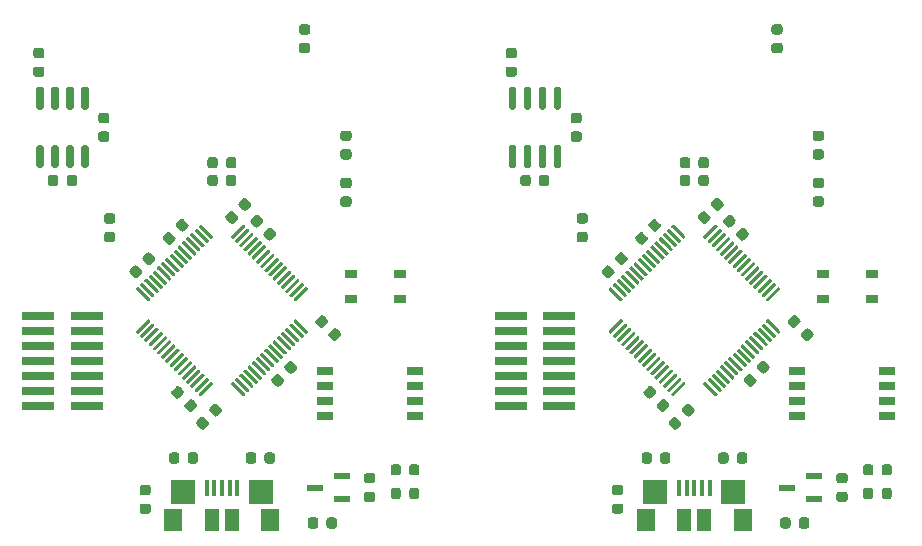
<source format=gtp>
G04 #@! TF.GenerationSoftware,KiCad,Pcbnew,(5.1.6)-1*
G04 #@! TF.CreationDate,2020-09-04T00:39:57+09:00*
G04 #@! TF.ProjectId,forMnu,666f724d-6e75-42e6-9b69-6361645f7063,rev?*
G04 #@! TF.SameCoordinates,Original*
G04 #@! TF.FileFunction,Paste,Top*
G04 #@! TF.FilePolarity,Positive*
%FSLAX46Y46*%
G04 Gerber Fmt 4.6, Leading zero omitted, Abs format (unit mm)*
G04 Created by KiCad (PCBNEW (5.1.6)-1) date 2020-09-04 00:39:57*
%MOMM*%
%LPD*%
G01*
G04 APERTURE LIST*
%ADD10R,2.790000X0.740000*%
%ADD11R,1.200000X1.900000*%
%ADD12R,1.600000X1.900000*%
%ADD13R,2.100000X2.000000*%
%ADD14R,0.400000X1.350000*%
%ADD15R,1.400000X0.600000*%
%ADD16R,1.425000X0.750000*%
%ADD17R,1.050000X0.650000*%
G04 APERTURE END LIST*
G36*
G01*
X72900000Y-66743750D02*
X72900000Y-67256250D01*
G75*
G02*
X72681250Y-67475000I-218750J0D01*
G01*
X72243750Y-67475000D01*
G75*
G02*
X72025000Y-67256250I0J218750D01*
G01*
X72025000Y-66743750D01*
G75*
G02*
X72243750Y-66525000I218750J0D01*
G01*
X72681250Y-66525000D01*
G75*
G02*
X72900000Y-66743750I0J-218750D01*
G01*
G37*
G36*
G01*
X74475000Y-66743750D02*
X74475000Y-67256250D01*
G75*
G02*
X74256250Y-67475000I-218750J0D01*
G01*
X73818750Y-67475000D01*
G75*
G02*
X73600000Y-67256250I0J218750D01*
G01*
X73600000Y-66743750D01*
G75*
G02*
X73818750Y-66525000I218750J0D01*
G01*
X74256250Y-66525000D01*
G75*
G02*
X74475000Y-66743750I0J-218750D01*
G01*
G37*
G36*
G01*
X77275000Y-72756250D02*
X77275000Y-72243750D01*
G75*
G02*
X77493750Y-72025000I218750J0D01*
G01*
X77931250Y-72025000D01*
G75*
G02*
X78150000Y-72243750I0J-218750D01*
G01*
X78150000Y-72756250D01*
G75*
G02*
X77931250Y-72975000I-218750J0D01*
G01*
X77493750Y-72975000D01*
G75*
G02*
X77275000Y-72756250I0J218750D01*
G01*
G37*
G36*
G01*
X78850000Y-72756250D02*
X78850000Y-72243750D01*
G75*
G02*
X79068750Y-72025000I218750J0D01*
G01*
X79506250Y-72025000D01*
G75*
G02*
X79725000Y-72243750I0J-218750D01*
G01*
X79725000Y-72756250D01*
G75*
G02*
X79506250Y-72975000I-218750J0D01*
G01*
X79068750Y-72975000D01*
G75*
G02*
X78850000Y-72756250I0J218750D01*
G01*
G37*
G36*
G01*
X66856352Y-62420805D02*
X67218744Y-62058412D01*
G75*
G02*
X67528104Y-62058412I154680J-154680D01*
G01*
X67837463Y-62367771D01*
G75*
G02*
X67837463Y-62677131I-154680J-154680D01*
G01*
X67475070Y-63039524D01*
G75*
G02*
X67165710Y-63039524I-154680J154680D01*
G01*
X66856351Y-62730165D01*
G75*
G02*
X66856351Y-62420805I154680J154680D01*
G01*
G37*
G36*
G01*
X65742658Y-61307111D02*
X66105050Y-60944718D01*
G75*
G02*
X66414410Y-60944718I154680J-154680D01*
G01*
X66723769Y-61254077D01*
G75*
G02*
X66723769Y-61563437I-154680J-154680D01*
G01*
X66361376Y-61925830D01*
G75*
G02*
X66052016Y-61925830I-154680J154680D01*
G01*
X65742657Y-61616471D01*
G75*
G02*
X65742657Y-61307111I154680J154680D01*
G01*
G37*
G36*
G01*
X59743750Y-39350000D02*
X60256250Y-39350000D01*
G75*
G02*
X60475000Y-39568750I0J-218750D01*
G01*
X60475000Y-40006250D01*
G75*
G02*
X60256250Y-40225000I-218750J0D01*
G01*
X59743750Y-40225000D01*
G75*
G02*
X59525000Y-40006250I0J218750D01*
G01*
X59525000Y-39568750D01*
G75*
G02*
X59743750Y-39350000I218750J0D01*
G01*
G37*
G36*
G01*
X59743750Y-37775000D02*
X60256250Y-37775000D01*
G75*
G02*
X60475000Y-37993750I0J-218750D01*
G01*
X60475000Y-38431250D01*
G75*
G02*
X60256250Y-38650000I-218750J0D01*
G01*
X59743750Y-38650000D01*
G75*
G02*
X59525000Y-38431250I0J218750D01*
G01*
X59525000Y-37993750D01*
G75*
G02*
X59743750Y-37775000I218750J0D01*
G01*
G37*
G36*
G01*
X82243750Y-69850000D02*
X82756250Y-69850000D01*
G75*
G02*
X82975000Y-70068750I0J-218750D01*
G01*
X82975000Y-70506250D01*
G75*
G02*
X82756250Y-70725000I-218750J0D01*
G01*
X82243750Y-70725000D01*
G75*
G02*
X82025000Y-70506250I0J218750D01*
G01*
X82025000Y-70068750D01*
G75*
G02*
X82243750Y-69850000I218750J0D01*
G01*
G37*
G36*
G01*
X82243750Y-68275000D02*
X82756250Y-68275000D01*
G75*
G02*
X82975000Y-68493750I0J-218750D01*
G01*
X82975000Y-68931250D01*
G75*
G02*
X82756250Y-69150000I-218750J0D01*
G01*
X82243750Y-69150000D01*
G75*
G02*
X82025000Y-68931250I0J218750D01*
G01*
X82025000Y-68493750D01*
G75*
G02*
X82243750Y-68275000I218750J0D01*
G01*
G37*
G36*
G01*
X70760140Y-48224428D02*
X71750090Y-47234478D01*
G75*
G02*
X71856156Y-47234478I53033J-53033D01*
G01*
X71962222Y-47340544D01*
G75*
G02*
X71962222Y-47446610I-53033J-53033D01*
G01*
X70972272Y-48436560D01*
G75*
G02*
X70866206Y-48436560I-53033J53033D01*
G01*
X70760140Y-48330494D01*
G75*
G02*
X70760140Y-48224428I53033J53033D01*
G01*
G37*
G36*
G01*
X71113693Y-48577981D02*
X72103643Y-47588031D01*
G75*
G02*
X72209709Y-47588031I53033J-53033D01*
G01*
X72315775Y-47694097D01*
G75*
G02*
X72315775Y-47800163I-53033J-53033D01*
G01*
X71325825Y-48790113D01*
G75*
G02*
X71219759Y-48790113I-53033J53033D01*
G01*
X71113693Y-48684047D01*
G75*
G02*
X71113693Y-48577981I53033J53033D01*
G01*
G37*
G36*
G01*
X71467246Y-48931534D02*
X72457196Y-47941584D01*
G75*
G02*
X72563262Y-47941584I53033J-53033D01*
G01*
X72669328Y-48047650D01*
G75*
G02*
X72669328Y-48153716I-53033J-53033D01*
G01*
X71679378Y-49143666D01*
G75*
G02*
X71573312Y-49143666I-53033J53033D01*
G01*
X71467246Y-49037600D01*
G75*
G02*
X71467246Y-48931534I53033J53033D01*
G01*
G37*
G36*
G01*
X71820800Y-49285088D02*
X72810750Y-48295138D01*
G75*
G02*
X72916816Y-48295138I53033J-53033D01*
G01*
X73022882Y-48401204D01*
G75*
G02*
X73022882Y-48507270I-53033J-53033D01*
G01*
X72032932Y-49497220D01*
G75*
G02*
X71926866Y-49497220I-53033J53033D01*
G01*
X71820800Y-49391154D01*
G75*
G02*
X71820800Y-49285088I53033J53033D01*
G01*
G37*
G36*
G01*
X72174353Y-49638641D02*
X73164303Y-48648691D01*
G75*
G02*
X73270369Y-48648691I53033J-53033D01*
G01*
X73376435Y-48754757D01*
G75*
G02*
X73376435Y-48860823I-53033J-53033D01*
G01*
X72386485Y-49850773D01*
G75*
G02*
X72280419Y-49850773I-53033J53033D01*
G01*
X72174353Y-49744707D01*
G75*
G02*
X72174353Y-49638641I53033J53033D01*
G01*
G37*
G36*
G01*
X72527907Y-49992195D02*
X73517857Y-49002245D01*
G75*
G02*
X73623923Y-49002245I53033J-53033D01*
G01*
X73729989Y-49108311D01*
G75*
G02*
X73729989Y-49214377I-53033J-53033D01*
G01*
X72740039Y-50204327D01*
G75*
G02*
X72633973Y-50204327I-53033J53033D01*
G01*
X72527907Y-50098261D01*
G75*
G02*
X72527907Y-49992195I53033J53033D01*
G01*
G37*
G36*
G01*
X72881460Y-50345748D02*
X73871410Y-49355798D01*
G75*
G02*
X73977476Y-49355798I53033J-53033D01*
G01*
X74083542Y-49461864D01*
G75*
G02*
X74083542Y-49567930I-53033J-53033D01*
G01*
X73093592Y-50557880D01*
G75*
G02*
X72987526Y-50557880I-53033J53033D01*
G01*
X72881460Y-50451814D01*
G75*
G02*
X72881460Y-50345748I53033J53033D01*
G01*
G37*
G36*
G01*
X73235013Y-50699301D02*
X74224963Y-49709351D01*
G75*
G02*
X74331029Y-49709351I53033J-53033D01*
G01*
X74437095Y-49815417D01*
G75*
G02*
X74437095Y-49921483I-53033J-53033D01*
G01*
X73447145Y-50911433D01*
G75*
G02*
X73341079Y-50911433I-53033J53033D01*
G01*
X73235013Y-50805367D01*
G75*
G02*
X73235013Y-50699301I53033J53033D01*
G01*
G37*
G36*
G01*
X73588567Y-51052855D02*
X74578517Y-50062905D01*
G75*
G02*
X74684583Y-50062905I53033J-53033D01*
G01*
X74790649Y-50168971D01*
G75*
G02*
X74790649Y-50275037I-53033J-53033D01*
G01*
X73800699Y-51264987D01*
G75*
G02*
X73694633Y-51264987I-53033J53033D01*
G01*
X73588567Y-51158921D01*
G75*
G02*
X73588567Y-51052855I53033J53033D01*
G01*
G37*
G36*
G01*
X73942120Y-51406408D02*
X74932070Y-50416458D01*
G75*
G02*
X75038136Y-50416458I53033J-53033D01*
G01*
X75144202Y-50522524D01*
G75*
G02*
X75144202Y-50628590I-53033J-53033D01*
G01*
X74154252Y-51618540D01*
G75*
G02*
X74048186Y-51618540I-53033J53033D01*
G01*
X73942120Y-51512474D01*
G75*
G02*
X73942120Y-51406408I53033J53033D01*
G01*
G37*
G36*
G01*
X74295673Y-51759961D02*
X75285623Y-50770011D01*
G75*
G02*
X75391689Y-50770011I53033J-53033D01*
G01*
X75497755Y-50876077D01*
G75*
G02*
X75497755Y-50982143I-53033J-53033D01*
G01*
X74507805Y-51972093D01*
G75*
G02*
X74401739Y-51972093I-53033J53033D01*
G01*
X74295673Y-51866027D01*
G75*
G02*
X74295673Y-51759961I53033J53033D01*
G01*
G37*
G36*
G01*
X74649227Y-52113515D02*
X75639177Y-51123565D01*
G75*
G02*
X75745243Y-51123565I53033J-53033D01*
G01*
X75851309Y-51229631D01*
G75*
G02*
X75851309Y-51335697I-53033J-53033D01*
G01*
X74861359Y-52325647D01*
G75*
G02*
X74755293Y-52325647I-53033J53033D01*
G01*
X74649227Y-52219581D01*
G75*
G02*
X74649227Y-52113515I53033J53033D01*
G01*
G37*
G36*
G01*
X75002780Y-52467068D02*
X75992730Y-51477118D01*
G75*
G02*
X76098796Y-51477118I53033J-53033D01*
G01*
X76204862Y-51583184D01*
G75*
G02*
X76204862Y-51689250I-53033J-53033D01*
G01*
X75214912Y-52679200D01*
G75*
G02*
X75108846Y-52679200I-53033J53033D01*
G01*
X75002780Y-52573134D01*
G75*
G02*
X75002780Y-52467068I53033J53033D01*
G01*
G37*
G36*
G01*
X75356334Y-52820622D02*
X76346284Y-51830672D01*
G75*
G02*
X76452350Y-51830672I53033J-53033D01*
G01*
X76558416Y-51936738D01*
G75*
G02*
X76558416Y-52042804I-53033J-53033D01*
G01*
X75568466Y-53032754D01*
G75*
G02*
X75462400Y-53032754I-53033J53033D01*
G01*
X75356334Y-52926688D01*
G75*
G02*
X75356334Y-52820622I53033J53033D01*
G01*
G37*
G36*
G01*
X75709887Y-53174175D02*
X76699837Y-52184225D01*
G75*
G02*
X76805903Y-52184225I53033J-53033D01*
G01*
X76911969Y-52290291D01*
G75*
G02*
X76911969Y-52396357I-53033J-53033D01*
G01*
X75922019Y-53386307D01*
G75*
G02*
X75815953Y-53386307I-53033J53033D01*
G01*
X75709887Y-53280241D01*
G75*
G02*
X75709887Y-53174175I53033J53033D01*
G01*
G37*
G36*
G01*
X76063440Y-53527728D02*
X77053390Y-52537778D01*
G75*
G02*
X77159456Y-52537778I53033J-53033D01*
G01*
X77265522Y-52643844D01*
G75*
G02*
X77265522Y-52749910I-53033J-53033D01*
G01*
X76275572Y-53739860D01*
G75*
G02*
X76169506Y-53739860I-53033J53033D01*
G01*
X76063440Y-53633794D01*
G75*
G02*
X76063440Y-53527728I53033J53033D01*
G01*
G37*
G36*
G01*
X76063440Y-55366206D02*
X76169506Y-55260140D01*
G75*
G02*
X76275572Y-55260140I53033J-53033D01*
G01*
X77265522Y-56250090D01*
G75*
G02*
X77265522Y-56356156I-53033J-53033D01*
G01*
X77159456Y-56462222D01*
G75*
G02*
X77053390Y-56462222I-53033J53033D01*
G01*
X76063440Y-55472272D01*
G75*
G02*
X76063440Y-55366206I53033J53033D01*
G01*
G37*
G36*
G01*
X75709887Y-55719759D02*
X75815953Y-55613693D01*
G75*
G02*
X75922019Y-55613693I53033J-53033D01*
G01*
X76911969Y-56603643D01*
G75*
G02*
X76911969Y-56709709I-53033J-53033D01*
G01*
X76805903Y-56815775D01*
G75*
G02*
X76699837Y-56815775I-53033J53033D01*
G01*
X75709887Y-55825825D01*
G75*
G02*
X75709887Y-55719759I53033J53033D01*
G01*
G37*
G36*
G01*
X75356334Y-56073312D02*
X75462400Y-55967246D01*
G75*
G02*
X75568466Y-55967246I53033J-53033D01*
G01*
X76558416Y-56957196D01*
G75*
G02*
X76558416Y-57063262I-53033J-53033D01*
G01*
X76452350Y-57169328D01*
G75*
G02*
X76346284Y-57169328I-53033J53033D01*
G01*
X75356334Y-56179378D01*
G75*
G02*
X75356334Y-56073312I53033J53033D01*
G01*
G37*
G36*
G01*
X75002780Y-56426866D02*
X75108846Y-56320800D01*
G75*
G02*
X75214912Y-56320800I53033J-53033D01*
G01*
X76204862Y-57310750D01*
G75*
G02*
X76204862Y-57416816I-53033J-53033D01*
G01*
X76098796Y-57522882D01*
G75*
G02*
X75992730Y-57522882I-53033J53033D01*
G01*
X75002780Y-56532932D01*
G75*
G02*
X75002780Y-56426866I53033J53033D01*
G01*
G37*
G36*
G01*
X74649227Y-56780419D02*
X74755293Y-56674353D01*
G75*
G02*
X74861359Y-56674353I53033J-53033D01*
G01*
X75851309Y-57664303D01*
G75*
G02*
X75851309Y-57770369I-53033J-53033D01*
G01*
X75745243Y-57876435D01*
G75*
G02*
X75639177Y-57876435I-53033J53033D01*
G01*
X74649227Y-56886485D01*
G75*
G02*
X74649227Y-56780419I53033J53033D01*
G01*
G37*
G36*
G01*
X74295673Y-57133973D02*
X74401739Y-57027907D01*
G75*
G02*
X74507805Y-57027907I53033J-53033D01*
G01*
X75497755Y-58017857D01*
G75*
G02*
X75497755Y-58123923I-53033J-53033D01*
G01*
X75391689Y-58229989D01*
G75*
G02*
X75285623Y-58229989I-53033J53033D01*
G01*
X74295673Y-57240039D01*
G75*
G02*
X74295673Y-57133973I53033J53033D01*
G01*
G37*
G36*
G01*
X73942120Y-57487526D02*
X74048186Y-57381460D01*
G75*
G02*
X74154252Y-57381460I53033J-53033D01*
G01*
X75144202Y-58371410D01*
G75*
G02*
X75144202Y-58477476I-53033J-53033D01*
G01*
X75038136Y-58583542D01*
G75*
G02*
X74932070Y-58583542I-53033J53033D01*
G01*
X73942120Y-57593592D01*
G75*
G02*
X73942120Y-57487526I53033J53033D01*
G01*
G37*
G36*
G01*
X73588567Y-57841079D02*
X73694633Y-57735013D01*
G75*
G02*
X73800699Y-57735013I53033J-53033D01*
G01*
X74790649Y-58724963D01*
G75*
G02*
X74790649Y-58831029I-53033J-53033D01*
G01*
X74684583Y-58937095D01*
G75*
G02*
X74578517Y-58937095I-53033J53033D01*
G01*
X73588567Y-57947145D01*
G75*
G02*
X73588567Y-57841079I53033J53033D01*
G01*
G37*
G36*
G01*
X73235013Y-58194633D02*
X73341079Y-58088567D01*
G75*
G02*
X73447145Y-58088567I53033J-53033D01*
G01*
X74437095Y-59078517D01*
G75*
G02*
X74437095Y-59184583I-53033J-53033D01*
G01*
X74331029Y-59290649D01*
G75*
G02*
X74224963Y-59290649I-53033J53033D01*
G01*
X73235013Y-58300699D01*
G75*
G02*
X73235013Y-58194633I53033J53033D01*
G01*
G37*
G36*
G01*
X72881460Y-58548186D02*
X72987526Y-58442120D01*
G75*
G02*
X73093592Y-58442120I53033J-53033D01*
G01*
X74083542Y-59432070D01*
G75*
G02*
X74083542Y-59538136I-53033J-53033D01*
G01*
X73977476Y-59644202D01*
G75*
G02*
X73871410Y-59644202I-53033J53033D01*
G01*
X72881460Y-58654252D01*
G75*
G02*
X72881460Y-58548186I53033J53033D01*
G01*
G37*
G36*
G01*
X72527907Y-58901739D02*
X72633973Y-58795673D01*
G75*
G02*
X72740039Y-58795673I53033J-53033D01*
G01*
X73729989Y-59785623D01*
G75*
G02*
X73729989Y-59891689I-53033J-53033D01*
G01*
X73623923Y-59997755D01*
G75*
G02*
X73517857Y-59997755I-53033J53033D01*
G01*
X72527907Y-59007805D01*
G75*
G02*
X72527907Y-58901739I53033J53033D01*
G01*
G37*
G36*
G01*
X72174353Y-59255293D02*
X72280419Y-59149227D01*
G75*
G02*
X72386485Y-59149227I53033J-53033D01*
G01*
X73376435Y-60139177D01*
G75*
G02*
X73376435Y-60245243I-53033J-53033D01*
G01*
X73270369Y-60351309D01*
G75*
G02*
X73164303Y-60351309I-53033J53033D01*
G01*
X72174353Y-59361359D01*
G75*
G02*
X72174353Y-59255293I53033J53033D01*
G01*
G37*
G36*
G01*
X71820800Y-59608846D02*
X71926866Y-59502780D01*
G75*
G02*
X72032932Y-59502780I53033J-53033D01*
G01*
X73022882Y-60492730D01*
G75*
G02*
X73022882Y-60598796I-53033J-53033D01*
G01*
X72916816Y-60704862D01*
G75*
G02*
X72810750Y-60704862I-53033J53033D01*
G01*
X71820800Y-59714912D01*
G75*
G02*
X71820800Y-59608846I53033J53033D01*
G01*
G37*
G36*
G01*
X71467246Y-59962400D02*
X71573312Y-59856334D01*
G75*
G02*
X71679378Y-59856334I53033J-53033D01*
G01*
X72669328Y-60846284D01*
G75*
G02*
X72669328Y-60952350I-53033J-53033D01*
G01*
X72563262Y-61058416D01*
G75*
G02*
X72457196Y-61058416I-53033J53033D01*
G01*
X71467246Y-60068466D01*
G75*
G02*
X71467246Y-59962400I53033J53033D01*
G01*
G37*
G36*
G01*
X71113693Y-60315953D02*
X71219759Y-60209887D01*
G75*
G02*
X71325825Y-60209887I53033J-53033D01*
G01*
X72315775Y-61199837D01*
G75*
G02*
X72315775Y-61305903I-53033J-53033D01*
G01*
X72209709Y-61411969D01*
G75*
G02*
X72103643Y-61411969I-53033J53033D01*
G01*
X71113693Y-60422019D01*
G75*
G02*
X71113693Y-60315953I53033J53033D01*
G01*
G37*
G36*
G01*
X70760140Y-60669506D02*
X70866206Y-60563440D01*
G75*
G02*
X70972272Y-60563440I53033J-53033D01*
G01*
X71962222Y-61553390D01*
G75*
G02*
X71962222Y-61659456I-53033J-53033D01*
G01*
X71856156Y-61765522D01*
G75*
G02*
X71750090Y-61765522I-53033J53033D01*
G01*
X70760140Y-60775572D01*
G75*
G02*
X70760140Y-60669506I53033J53033D01*
G01*
G37*
G36*
G01*
X68037778Y-61553390D02*
X69027728Y-60563440D01*
G75*
G02*
X69133794Y-60563440I53033J-53033D01*
G01*
X69239860Y-60669506D01*
G75*
G02*
X69239860Y-60775572I-53033J-53033D01*
G01*
X68249910Y-61765522D01*
G75*
G02*
X68143844Y-61765522I-53033J53033D01*
G01*
X68037778Y-61659456D01*
G75*
G02*
X68037778Y-61553390I53033J53033D01*
G01*
G37*
G36*
G01*
X67684225Y-61199837D02*
X68674175Y-60209887D01*
G75*
G02*
X68780241Y-60209887I53033J-53033D01*
G01*
X68886307Y-60315953D01*
G75*
G02*
X68886307Y-60422019I-53033J-53033D01*
G01*
X67896357Y-61411969D01*
G75*
G02*
X67790291Y-61411969I-53033J53033D01*
G01*
X67684225Y-61305903D01*
G75*
G02*
X67684225Y-61199837I53033J53033D01*
G01*
G37*
G36*
G01*
X67330672Y-60846284D02*
X68320622Y-59856334D01*
G75*
G02*
X68426688Y-59856334I53033J-53033D01*
G01*
X68532754Y-59962400D01*
G75*
G02*
X68532754Y-60068466I-53033J-53033D01*
G01*
X67542804Y-61058416D01*
G75*
G02*
X67436738Y-61058416I-53033J53033D01*
G01*
X67330672Y-60952350D01*
G75*
G02*
X67330672Y-60846284I53033J53033D01*
G01*
G37*
G36*
G01*
X66977118Y-60492730D02*
X67967068Y-59502780D01*
G75*
G02*
X68073134Y-59502780I53033J-53033D01*
G01*
X68179200Y-59608846D01*
G75*
G02*
X68179200Y-59714912I-53033J-53033D01*
G01*
X67189250Y-60704862D01*
G75*
G02*
X67083184Y-60704862I-53033J53033D01*
G01*
X66977118Y-60598796D01*
G75*
G02*
X66977118Y-60492730I53033J53033D01*
G01*
G37*
G36*
G01*
X66623565Y-60139177D02*
X67613515Y-59149227D01*
G75*
G02*
X67719581Y-59149227I53033J-53033D01*
G01*
X67825647Y-59255293D01*
G75*
G02*
X67825647Y-59361359I-53033J-53033D01*
G01*
X66835697Y-60351309D01*
G75*
G02*
X66729631Y-60351309I-53033J53033D01*
G01*
X66623565Y-60245243D01*
G75*
G02*
X66623565Y-60139177I53033J53033D01*
G01*
G37*
G36*
G01*
X66270011Y-59785623D02*
X67259961Y-58795673D01*
G75*
G02*
X67366027Y-58795673I53033J-53033D01*
G01*
X67472093Y-58901739D01*
G75*
G02*
X67472093Y-59007805I-53033J-53033D01*
G01*
X66482143Y-59997755D01*
G75*
G02*
X66376077Y-59997755I-53033J53033D01*
G01*
X66270011Y-59891689D01*
G75*
G02*
X66270011Y-59785623I53033J53033D01*
G01*
G37*
G36*
G01*
X65916458Y-59432070D02*
X66906408Y-58442120D01*
G75*
G02*
X67012474Y-58442120I53033J-53033D01*
G01*
X67118540Y-58548186D01*
G75*
G02*
X67118540Y-58654252I-53033J-53033D01*
G01*
X66128590Y-59644202D01*
G75*
G02*
X66022524Y-59644202I-53033J53033D01*
G01*
X65916458Y-59538136D01*
G75*
G02*
X65916458Y-59432070I53033J53033D01*
G01*
G37*
G36*
G01*
X65562905Y-59078517D02*
X66552855Y-58088567D01*
G75*
G02*
X66658921Y-58088567I53033J-53033D01*
G01*
X66764987Y-58194633D01*
G75*
G02*
X66764987Y-58300699I-53033J-53033D01*
G01*
X65775037Y-59290649D01*
G75*
G02*
X65668971Y-59290649I-53033J53033D01*
G01*
X65562905Y-59184583D01*
G75*
G02*
X65562905Y-59078517I53033J53033D01*
G01*
G37*
G36*
G01*
X65209351Y-58724963D02*
X66199301Y-57735013D01*
G75*
G02*
X66305367Y-57735013I53033J-53033D01*
G01*
X66411433Y-57841079D01*
G75*
G02*
X66411433Y-57947145I-53033J-53033D01*
G01*
X65421483Y-58937095D01*
G75*
G02*
X65315417Y-58937095I-53033J53033D01*
G01*
X65209351Y-58831029D01*
G75*
G02*
X65209351Y-58724963I53033J53033D01*
G01*
G37*
G36*
G01*
X64855798Y-58371410D02*
X65845748Y-57381460D01*
G75*
G02*
X65951814Y-57381460I53033J-53033D01*
G01*
X66057880Y-57487526D01*
G75*
G02*
X66057880Y-57593592I-53033J-53033D01*
G01*
X65067930Y-58583542D01*
G75*
G02*
X64961864Y-58583542I-53033J53033D01*
G01*
X64855798Y-58477476D01*
G75*
G02*
X64855798Y-58371410I53033J53033D01*
G01*
G37*
G36*
G01*
X64502245Y-58017857D02*
X65492195Y-57027907D01*
G75*
G02*
X65598261Y-57027907I53033J-53033D01*
G01*
X65704327Y-57133973D01*
G75*
G02*
X65704327Y-57240039I-53033J-53033D01*
G01*
X64714377Y-58229989D01*
G75*
G02*
X64608311Y-58229989I-53033J53033D01*
G01*
X64502245Y-58123923D01*
G75*
G02*
X64502245Y-58017857I53033J53033D01*
G01*
G37*
G36*
G01*
X64148691Y-57664303D02*
X65138641Y-56674353D01*
G75*
G02*
X65244707Y-56674353I53033J-53033D01*
G01*
X65350773Y-56780419D01*
G75*
G02*
X65350773Y-56886485I-53033J-53033D01*
G01*
X64360823Y-57876435D01*
G75*
G02*
X64254757Y-57876435I-53033J53033D01*
G01*
X64148691Y-57770369D01*
G75*
G02*
X64148691Y-57664303I53033J53033D01*
G01*
G37*
G36*
G01*
X63795138Y-57310750D02*
X64785088Y-56320800D01*
G75*
G02*
X64891154Y-56320800I53033J-53033D01*
G01*
X64997220Y-56426866D01*
G75*
G02*
X64997220Y-56532932I-53033J-53033D01*
G01*
X64007270Y-57522882D01*
G75*
G02*
X63901204Y-57522882I-53033J53033D01*
G01*
X63795138Y-57416816D01*
G75*
G02*
X63795138Y-57310750I53033J53033D01*
G01*
G37*
G36*
G01*
X63441584Y-56957196D02*
X64431534Y-55967246D01*
G75*
G02*
X64537600Y-55967246I53033J-53033D01*
G01*
X64643666Y-56073312D01*
G75*
G02*
X64643666Y-56179378I-53033J-53033D01*
G01*
X63653716Y-57169328D01*
G75*
G02*
X63547650Y-57169328I-53033J53033D01*
G01*
X63441584Y-57063262D01*
G75*
G02*
X63441584Y-56957196I53033J53033D01*
G01*
G37*
G36*
G01*
X63088031Y-56603643D02*
X64077981Y-55613693D01*
G75*
G02*
X64184047Y-55613693I53033J-53033D01*
G01*
X64290113Y-55719759D01*
G75*
G02*
X64290113Y-55825825I-53033J-53033D01*
G01*
X63300163Y-56815775D01*
G75*
G02*
X63194097Y-56815775I-53033J53033D01*
G01*
X63088031Y-56709709D01*
G75*
G02*
X63088031Y-56603643I53033J53033D01*
G01*
G37*
G36*
G01*
X62734478Y-56250090D02*
X63724428Y-55260140D01*
G75*
G02*
X63830494Y-55260140I53033J-53033D01*
G01*
X63936560Y-55366206D01*
G75*
G02*
X63936560Y-55472272I-53033J-53033D01*
G01*
X62946610Y-56462222D01*
G75*
G02*
X62840544Y-56462222I-53033J53033D01*
G01*
X62734478Y-56356156D01*
G75*
G02*
X62734478Y-56250090I53033J53033D01*
G01*
G37*
G36*
G01*
X62734478Y-52643844D02*
X62840544Y-52537778D01*
G75*
G02*
X62946610Y-52537778I53033J-53033D01*
G01*
X63936560Y-53527728D01*
G75*
G02*
X63936560Y-53633794I-53033J-53033D01*
G01*
X63830494Y-53739860D01*
G75*
G02*
X63724428Y-53739860I-53033J53033D01*
G01*
X62734478Y-52749910D01*
G75*
G02*
X62734478Y-52643844I53033J53033D01*
G01*
G37*
G36*
G01*
X63088031Y-52290291D02*
X63194097Y-52184225D01*
G75*
G02*
X63300163Y-52184225I53033J-53033D01*
G01*
X64290113Y-53174175D01*
G75*
G02*
X64290113Y-53280241I-53033J-53033D01*
G01*
X64184047Y-53386307D01*
G75*
G02*
X64077981Y-53386307I-53033J53033D01*
G01*
X63088031Y-52396357D01*
G75*
G02*
X63088031Y-52290291I53033J53033D01*
G01*
G37*
G36*
G01*
X63441584Y-51936738D02*
X63547650Y-51830672D01*
G75*
G02*
X63653716Y-51830672I53033J-53033D01*
G01*
X64643666Y-52820622D01*
G75*
G02*
X64643666Y-52926688I-53033J-53033D01*
G01*
X64537600Y-53032754D01*
G75*
G02*
X64431534Y-53032754I-53033J53033D01*
G01*
X63441584Y-52042804D01*
G75*
G02*
X63441584Y-51936738I53033J53033D01*
G01*
G37*
G36*
G01*
X63795138Y-51583184D02*
X63901204Y-51477118D01*
G75*
G02*
X64007270Y-51477118I53033J-53033D01*
G01*
X64997220Y-52467068D01*
G75*
G02*
X64997220Y-52573134I-53033J-53033D01*
G01*
X64891154Y-52679200D01*
G75*
G02*
X64785088Y-52679200I-53033J53033D01*
G01*
X63795138Y-51689250D01*
G75*
G02*
X63795138Y-51583184I53033J53033D01*
G01*
G37*
G36*
G01*
X64148691Y-51229631D02*
X64254757Y-51123565D01*
G75*
G02*
X64360823Y-51123565I53033J-53033D01*
G01*
X65350773Y-52113515D01*
G75*
G02*
X65350773Y-52219581I-53033J-53033D01*
G01*
X65244707Y-52325647D01*
G75*
G02*
X65138641Y-52325647I-53033J53033D01*
G01*
X64148691Y-51335697D01*
G75*
G02*
X64148691Y-51229631I53033J53033D01*
G01*
G37*
G36*
G01*
X64502245Y-50876077D02*
X64608311Y-50770011D01*
G75*
G02*
X64714377Y-50770011I53033J-53033D01*
G01*
X65704327Y-51759961D01*
G75*
G02*
X65704327Y-51866027I-53033J-53033D01*
G01*
X65598261Y-51972093D01*
G75*
G02*
X65492195Y-51972093I-53033J53033D01*
G01*
X64502245Y-50982143D01*
G75*
G02*
X64502245Y-50876077I53033J53033D01*
G01*
G37*
G36*
G01*
X64855798Y-50522524D02*
X64961864Y-50416458D01*
G75*
G02*
X65067930Y-50416458I53033J-53033D01*
G01*
X66057880Y-51406408D01*
G75*
G02*
X66057880Y-51512474I-53033J-53033D01*
G01*
X65951814Y-51618540D01*
G75*
G02*
X65845748Y-51618540I-53033J53033D01*
G01*
X64855798Y-50628590D01*
G75*
G02*
X64855798Y-50522524I53033J53033D01*
G01*
G37*
G36*
G01*
X65209351Y-50168971D02*
X65315417Y-50062905D01*
G75*
G02*
X65421483Y-50062905I53033J-53033D01*
G01*
X66411433Y-51052855D01*
G75*
G02*
X66411433Y-51158921I-53033J-53033D01*
G01*
X66305367Y-51264987D01*
G75*
G02*
X66199301Y-51264987I-53033J53033D01*
G01*
X65209351Y-50275037D01*
G75*
G02*
X65209351Y-50168971I53033J53033D01*
G01*
G37*
G36*
G01*
X65562905Y-49815417D02*
X65668971Y-49709351D01*
G75*
G02*
X65775037Y-49709351I53033J-53033D01*
G01*
X66764987Y-50699301D01*
G75*
G02*
X66764987Y-50805367I-53033J-53033D01*
G01*
X66658921Y-50911433D01*
G75*
G02*
X66552855Y-50911433I-53033J53033D01*
G01*
X65562905Y-49921483D01*
G75*
G02*
X65562905Y-49815417I53033J53033D01*
G01*
G37*
G36*
G01*
X65916458Y-49461864D02*
X66022524Y-49355798D01*
G75*
G02*
X66128590Y-49355798I53033J-53033D01*
G01*
X67118540Y-50345748D01*
G75*
G02*
X67118540Y-50451814I-53033J-53033D01*
G01*
X67012474Y-50557880D01*
G75*
G02*
X66906408Y-50557880I-53033J53033D01*
G01*
X65916458Y-49567930D01*
G75*
G02*
X65916458Y-49461864I53033J53033D01*
G01*
G37*
G36*
G01*
X66270011Y-49108311D02*
X66376077Y-49002245D01*
G75*
G02*
X66482143Y-49002245I53033J-53033D01*
G01*
X67472093Y-49992195D01*
G75*
G02*
X67472093Y-50098261I-53033J-53033D01*
G01*
X67366027Y-50204327D01*
G75*
G02*
X67259961Y-50204327I-53033J53033D01*
G01*
X66270011Y-49214377D01*
G75*
G02*
X66270011Y-49108311I53033J53033D01*
G01*
G37*
G36*
G01*
X66623565Y-48754757D02*
X66729631Y-48648691D01*
G75*
G02*
X66835697Y-48648691I53033J-53033D01*
G01*
X67825647Y-49638641D01*
G75*
G02*
X67825647Y-49744707I-53033J-53033D01*
G01*
X67719581Y-49850773D01*
G75*
G02*
X67613515Y-49850773I-53033J53033D01*
G01*
X66623565Y-48860823D01*
G75*
G02*
X66623565Y-48754757I53033J53033D01*
G01*
G37*
G36*
G01*
X66977118Y-48401204D02*
X67083184Y-48295138D01*
G75*
G02*
X67189250Y-48295138I53033J-53033D01*
G01*
X68179200Y-49285088D01*
G75*
G02*
X68179200Y-49391154I-53033J-53033D01*
G01*
X68073134Y-49497220D01*
G75*
G02*
X67967068Y-49497220I-53033J53033D01*
G01*
X66977118Y-48507270D01*
G75*
G02*
X66977118Y-48401204I53033J53033D01*
G01*
G37*
G36*
G01*
X67330672Y-48047650D02*
X67436738Y-47941584D01*
G75*
G02*
X67542804Y-47941584I53033J-53033D01*
G01*
X68532754Y-48931534D01*
G75*
G02*
X68532754Y-49037600I-53033J-53033D01*
G01*
X68426688Y-49143666D01*
G75*
G02*
X68320622Y-49143666I-53033J53033D01*
G01*
X67330672Y-48153716D01*
G75*
G02*
X67330672Y-48047650I53033J53033D01*
G01*
G37*
G36*
G01*
X67684225Y-47694097D02*
X67790291Y-47588031D01*
G75*
G02*
X67896357Y-47588031I53033J-53033D01*
G01*
X68886307Y-48577981D01*
G75*
G02*
X68886307Y-48684047I-53033J-53033D01*
G01*
X68780241Y-48790113D01*
G75*
G02*
X68674175Y-48790113I-53033J53033D01*
G01*
X67684225Y-47800163D01*
G75*
G02*
X67684225Y-47694097I53033J53033D01*
G01*
G37*
G36*
G01*
X68037778Y-47340544D02*
X68143844Y-47234478D01*
G75*
G02*
X68249910Y-47234478I53033J-53033D01*
G01*
X69239860Y-48224428D01*
G75*
G02*
X69239860Y-48330494I-53033J-53033D01*
G01*
X69133794Y-48436560D01*
G75*
G02*
X69027728Y-48436560I-53033J53033D01*
G01*
X68037778Y-47446610D01*
G75*
G02*
X68037778Y-47340544I53033J53033D01*
G01*
G37*
G36*
G01*
X85850000Y-70256250D02*
X85850000Y-69743750D01*
G75*
G02*
X86068750Y-69525000I218750J0D01*
G01*
X86506250Y-69525000D01*
G75*
G02*
X86725000Y-69743750I0J-218750D01*
G01*
X86725000Y-70256250D01*
G75*
G02*
X86506250Y-70475000I-218750J0D01*
G01*
X86068750Y-70475000D01*
G75*
G02*
X85850000Y-70256250I0J218750D01*
G01*
G37*
G36*
G01*
X84275000Y-70256250D02*
X84275000Y-69743750D01*
G75*
G02*
X84493750Y-69525000I218750J0D01*
G01*
X84931250Y-69525000D01*
G75*
G02*
X85150000Y-69743750I0J-218750D01*
G01*
X85150000Y-70256250D01*
G75*
G02*
X84931250Y-70475000I-218750J0D01*
G01*
X84493750Y-70475000D01*
G75*
G02*
X84275000Y-70256250I0J218750D01*
G01*
G37*
G36*
G01*
X56150000Y-43243750D02*
X56150000Y-43756250D01*
G75*
G02*
X55931250Y-43975000I-218750J0D01*
G01*
X55493750Y-43975000D01*
G75*
G02*
X55275000Y-43756250I0J218750D01*
G01*
X55275000Y-43243750D01*
G75*
G02*
X55493750Y-43025000I218750J0D01*
G01*
X55931250Y-43025000D01*
G75*
G02*
X56150000Y-43243750I0J-218750D01*
G01*
G37*
G36*
G01*
X57725000Y-43243750D02*
X57725000Y-43756250D01*
G75*
G02*
X57506250Y-43975000I-218750J0D01*
G01*
X57068750Y-43975000D01*
G75*
G02*
X56850000Y-43756250I0J218750D01*
G01*
X56850000Y-43243750D01*
G75*
G02*
X57068750Y-43025000I218750J0D01*
G01*
X57506250Y-43025000D01*
G75*
G02*
X57725000Y-43243750I0J-218750D01*
G01*
G37*
D10*
X54465000Y-54940000D03*
X58535000Y-54940000D03*
X54465000Y-56210000D03*
X58535000Y-56210000D03*
X54465000Y-57480000D03*
X58535000Y-57480000D03*
X54465000Y-58750000D03*
X58535000Y-58750000D03*
X54465000Y-60020000D03*
X58535000Y-60020000D03*
X54465000Y-61290000D03*
X58535000Y-61290000D03*
X54465000Y-62560000D03*
X58535000Y-62560000D03*
G36*
G01*
X68775000Y-43756250D02*
X68775000Y-43243750D01*
G75*
G02*
X68993750Y-43025000I218750J0D01*
G01*
X69431250Y-43025000D01*
G75*
G02*
X69650000Y-43243750I0J-218750D01*
G01*
X69650000Y-43756250D01*
G75*
G02*
X69431250Y-43975000I-218750J0D01*
G01*
X68993750Y-43975000D01*
G75*
G02*
X68775000Y-43756250I0J218750D01*
G01*
G37*
G36*
G01*
X70350000Y-43756250D02*
X70350000Y-43243750D01*
G75*
G02*
X70568750Y-43025000I218750J0D01*
G01*
X71006250Y-43025000D01*
G75*
G02*
X71225000Y-43243750I0J-218750D01*
G01*
X71225000Y-43756250D01*
G75*
G02*
X71006250Y-43975000I-218750J0D01*
G01*
X70568750Y-43975000D01*
G75*
G02*
X70350000Y-43756250I0J218750D01*
G01*
G37*
D11*
X70850000Y-72250000D03*
X69150000Y-72250000D03*
D12*
X74100000Y-72250000D03*
X65900000Y-72250000D03*
D13*
X73300000Y-69900000D03*
X66700000Y-69900000D03*
D14*
X68700000Y-69575000D03*
X69350000Y-69575000D03*
X70000000Y-69575000D03*
X70650000Y-69575000D03*
X71300000Y-69575000D03*
G36*
G01*
X63756250Y-71725000D02*
X63243750Y-71725000D01*
G75*
G02*
X63025000Y-71506250I0J218750D01*
G01*
X63025000Y-71068750D01*
G75*
G02*
X63243750Y-70850000I218750J0D01*
G01*
X63756250Y-70850000D01*
G75*
G02*
X63975000Y-71068750I0J-218750D01*
G01*
X63975000Y-71506250D01*
G75*
G02*
X63756250Y-71725000I-218750J0D01*
G01*
G37*
G36*
G01*
X63756250Y-70150000D02*
X63243750Y-70150000D01*
G75*
G02*
X63025000Y-69931250I0J218750D01*
G01*
X63025000Y-69493750D01*
G75*
G02*
X63243750Y-69275000I218750J0D01*
G01*
X63756250Y-69275000D01*
G75*
G02*
X63975000Y-69493750I0J-218750D01*
G01*
X63975000Y-69931250D01*
G75*
G02*
X63756250Y-70150000I-218750J0D01*
G01*
G37*
G36*
G01*
X79066292Y-56428684D02*
X79428684Y-56066291D01*
G75*
G02*
X79738044Y-56066291I154680J-154680D01*
G01*
X80047403Y-56375650D01*
G75*
G02*
X80047403Y-56685010I-154680J-154680D01*
G01*
X79685010Y-57047403D01*
G75*
G02*
X79375650Y-57047403I-154680J154680D01*
G01*
X79066291Y-56738044D01*
G75*
G02*
X79066291Y-56428684I154680J154680D01*
G01*
G37*
G36*
G01*
X77952598Y-55314990D02*
X78314990Y-54952597D01*
G75*
G02*
X78624350Y-54952597I154680J-154680D01*
G01*
X78933709Y-55261956D01*
G75*
G02*
X78933709Y-55571316I-154680J-154680D01*
G01*
X78571316Y-55933709D01*
G75*
G02*
X78261956Y-55933709I-154680J154680D01*
G01*
X77952597Y-55624350D01*
G75*
G02*
X77952597Y-55314990I154680J154680D01*
G01*
G37*
G36*
G01*
X62569516Y-51725815D02*
X62207123Y-51363423D01*
G75*
G02*
X62207123Y-51054063I154680J154680D01*
G01*
X62516482Y-50744704D01*
G75*
G02*
X62825842Y-50744704I154680J-154680D01*
G01*
X63188235Y-51107097D01*
G75*
G02*
X63188235Y-51416457I-154680J-154680D01*
G01*
X62878876Y-51725816D01*
G75*
G02*
X62569516Y-51725816I-154680J154680D01*
G01*
G37*
G36*
G01*
X63683210Y-50612121D02*
X63320817Y-50249729D01*
G75*
G02*
X63320817Y-49940369I154680J154680D01*
G01*
X63630176Y-49631010D01*
G75*
G02*
X63939536Y-49631010I154680J-154680D01*
G01*
X64301929Y-49993403D01*
G75*
G02*
X64301929Y-50302763I-154680J-154680D01*
G01*
X63992570Y-50612122D01*
G75*
G02*
X63683210Y-50612122I-154680J154680D01*
G01*
G37*
G36*
G01*
X68482696Y-63566292D02*
X68845089Y-63928684D01*
G75*
G02*
X68845089Y-64238044I-154680J-154680D01*
G01*
X68535730Y-64547403D01*
G75*
G02*
X68226370Y-64547403I-154680J154680D01*
G01*
X67863977Y-64185010D01*
G75*
G02*
X67863977Y-63875650I154680J154680D01*
G01*
X68173336Y-63566291D01*
G75*
G02*
X68482696Y-63566291I154680J-154680D01*
G01*
G37*
G36*
G01*
X69596390Y-62452598D02*
X69958783Y-62814990D01*
G75*
G02*
X69958783Y-63124350I-154680J-154680D01*
G01*
X69649424Y-63433709D01*
G75*
G02*
X69340064Y-63433709I-154680J154680D01*
G01*
X68977671Y-63071316D01*
G75*
G02*
X68977671Y-62761956I154680J154680D01*
G01*
X69287030Y-62452597D01*
G75*
G02*
X69596390Y-62452597I154680J-154680D01*
G01*
G37*
G36*
G01*
X54745000Y-37500000D02*
X54445000Y-37500000D01*
G75*
G02*
X54295000Y-37350000I0J150000D01*
G01*
X54295000Y-35700000D01*
G75*
G02*
X54445000Y-35550000I150000J0D01*
G01*
X54745000Y-35550000D01*
G75*
G02*
X54895000Y-35700000I0J-150000D01*
G01*
X54895000Y-37350000D01*
G75*
G02*
X54745000Y-37500000I-150000J0D01*
G01*
G37*
G36*
G01*
X56015000Y-37500000D02*
X55715000Y-37500000D01*
G75*
G02*
X55565000Y-37350000I0J150000D01*
G01*
X55565000Y-35700000D01*
G75*
G02*
X55715000Y-35550000I150000J0D01*
G01*
X56015000Y-35550000D01*
G75*
G02*
X56165000Y-35700000I0J-150000D01*
G01*
X56165000Y-37350000D01*
G75*
G02*
X56015000Y-37500000I-150000J0D01*
G01*
G37*
G36*
G01*
X57285000Y-37500000D02*
X56985000Y-37500000D01*
G75*
G02*
X56835000Y-37350000I0J150000D01*
G01*
X56835000Y-35700000D01*
G75*
G02*
X56985000Y-35550000I150000J0D01*
G01*
X57285000Y-35550000D01*
G75*
G02*
X57435000Y-35700000I0J-150000D01*
G01*
X57435000Y-37350000D01*
G75*
G02*
X57285000Y-37500000I-150000J0D01*
G01*
G37*
G36*
G01*
X58555000Y-37500000D02*
X58255000Y-37500000D01*
G75*
G02*
X58105000Y-37350000I0J150000D01*
G01*
X58105000Y-35700000D01*
G75*
G02*
X58255000Y-35550000I150000J0D01*
G01*
X58555000Y-35550000D01*
G75*
G02*
X58705000Y-35700000I0J-150000D01*
G01*
X58705000Y-37350000D01*
G75*
G02*
X58555000Y-37500000I-150000J0D01*
G01*
G37*
G36*
G01*
X58555000Y-42450000D02*
X58255000Y-42450000D01*
G75*
G02*
X58105000Y-42300000I0J150000D01*
G01*
X58105000Y-40650000D01*
G75*
G02*
X58255000Y-40500000I150000J0D01*
G01*
X58555000Y-40500000D01*
G75*
G02*
X58705000Y-40650000I0J-150000D01*
G01*
X58705000Y-42300000D01*
G75*
G02*
X58555000Y-42450000I-150000J0D01*
G01*
G37*
G36*
G01*
X57285000Y-42450000D02*
X56985000Y-42450000D01*
G75*
G02*
X56835000Y-42300000I0J150000D01*
G01*
X56835000Y-40650000D01*
G75*
G02*
X56985000Y-40500000I150000J0D01*
G01*
X57285000Y-40500000D01*
G75*
G02*
X57435000Y-40650000I0J-150000D01*
G01*
X57435000Y-42300000D01*
G75*
G02*
X57285000Y-42450000I-150000J0D01*
G01*
G37*
G36*
G01*
X56015000Y-42450000D02*
X55715000Y-42450000D01*
G75*
G02*
X55565000Y-42300000I0J150000D01*
G01*
X55565000Y-40650000D01*
G75*
G02*
X55715000Y-40500000I150000J0D01*
G01*
X56015000Y-40500000D01*
G75*
G02*
X56165000Y-40650000I0J-150000D01*
G01*
X56165000Y-42300000D01*
G75*
G02*
X56015000Y-42450000I-150000J0D01*
G01*
G37*
G36*
G01*
X54745000Y-42450000D02*
X54445000Y-42450000D01*
G75*
G02*
X54295000Y-42300000I0J150000D01*
G01*
X54295000Y-40650000D01*
G75*
G02*
X54445000Y-40500000I150000J0D01*
G01*
X54745000Y-40500000D01*
G75*
G02*
X54895000Y-40650000I0J-150000D01*
G01*
X54895000Y-42300000D01*
G75*
G02*
X54745000Y-42450000I-150000J0D01*
G01*
G37*
D15*
X77850000Y-69500000D03*
X80150000Y-68550000D03*
X80150000Y-70450000D03*
G36*
G01*
X66400000Y-66743750D02*
X66400000Y-67256250D01*
G75*
G02*
X66181250Y-67475000I-218750J0D01*
G01*
X65743750Y-67475000D01*
G75*
G02*
X65525000Y-67256250I0J218750D01*
G01*
X65525000Y-66743750D01*
G75*
G02*
X65743750Y-66525000I218750J0D01*
G01*
X66181250Y-66525000D01*
G75*
G02*
X66400000Y-66743750I0J-218750D01*
G01*
G37*
G36*
G01*
X67975000Y-66743750D02*
X67975000Y-67256250D01*
G75*
G02*
X67756250Y-67475000I-218750J0D01*
G01*
X67318750Y-67475000D01*
G75*
G02*
X67100000Y-67256250I0J218750D01*
G01*
X67100000Y-66743750D01*
G75*
G02*
X67318750Y-66525000I218750J0D01*
G01*
X67756250Y-66525000D01*
G75*
G02*
X67975000Y-66743750I0J-218750D01*
G01*
G37*
G36*
G01*
X70701244Y-47129621D02*
X70338851Y-46767229D01*
G75*
G02*
X70338851Y-46457869I154680J154680D01*
G01*
X70648210Y-46148510D01*
G75*
G02*
X70957570Y-46148510I154680J-154680D01*
G01*
X71319963Y-46510903D01*
G75*
G02*
X71319963Y-46820263I-154680J-154680D01*
G01*
X71010604Y-47129622D01*
G75*
G02*
X70701244Y-47129622I-154680J154680D01*
G01*
G37*
G36*
G01*
X71814938Y-46015927D02*
X71452545Y-45653535D01*
G75*
G02*
X71452545Y-45344175I154680J154680D01*
G01*
X71761904Y-45034816D01*
G75*
G02*
X72071264Y-45034816I154680J-154680D01*
G01*
X72433657Y-45397209D01*
G75*
G02*
X72433657Y-45706569I-154680J-154680D01*
G01*
X72124298Y-46015928D01*
G75*
G02*
X71814938Y-46015928I-154680J154680D01*
G01*
G37*
G36*
G01*
X76743750Y-31850000D02*
X77256250Y-31850000D01*
G75*
G02*
X77475000Y-32068750I0J-218750D01*
G01*
X77475000Y-32506250D01*
G75*
G02*
X77256250Y-32725000I-218750J0D01*
G01*
X76743750Y-32725000D01*
G75*
G02*
X76525000Y-32506250I0J218750D01*
G01*
X76525000Y-32068750D01*
G75*
G02*
X76743750Y-31850000I218750J0D01*
G01*
G37*
G36*
G01*
X76743750Y-30275000D02*
X77256250Y-30275000D01*
G75*
G02*
X77475000Y-30493750I0J-218750D01*
G01*
X77475000Y-30931250D01*
G75*
G02*
X77256250Y-31150000I-218750J0D01*
G01*
X76743750Y-31150000D01*
G75*
G02*
X76525000Y-30931250I0J218750D01*
G01*
X76525000Y-30493750D01*
G75*
G02*
X76743750Y-30275000I218750J0D01*
G01*
G37*
G36*
G01*
X74590331Y-60918203D02*
X74227938Y-60555811D01*
G75*
G02*
X74227938Y-60246451I154680J154680D01*
G01*
X74537297Y-59937092D01*
G75*
G02*
X74846657Y-59937092I154680J-154680D01*
G01*
X75209050Y-60299485D01*
G75*
G02*
X75209050Y-60608845I-154680J-154680D01*
G01*
X74899691Y-60918204D01*
G75*
G02*
X74590331Y-60918204I-154680J154680D01*
G01*
G37*
G36*
G01*
X75704025Y-59804509D02*
X75341632Y-59442117D01*
G75*
G02*
X75341632Y-59132757I154680J154680D01*
G01*
X75650991Y-58823398D01*
G75*
G02*
X75960351Y-58823398I154680J-154680D01*
G01*
X76322744Y-59185791D01*
G75*
G02*
X76322744Y-59495151I-154680J-154680D01*
G01*
X76013385Y-59804510D01*
G75*
G02*
X75704025Y-59804510I-154680J154680D01*
G01*
G37*
G36*
G01*
X66767963Y-46802584D02*
X67130356Y-47164976D01*
G75*
G02*
X67130356Y-47474336I-154680J-154680D01*
G01*
X66820997Y-47783695D01*
G75*
G02*
X66511637Y-47783695I-154680J154680D01*
G01*
X66149244Y-47421302D01*
G75*
G02*
X66149244Y-47111942I154680J154680D01*
G01*
X66458603Y-46802583D01*
G75*
G02*
X66767963Y-46802583I154680J-154680D01*
G01*
G37*
G36*
G01*
X65654269Y-47916278D02*
X66016662Y-48278670D01*
G75*
G02*
X66016662Y-48588030I-154680J-154680D01*
G01*
X65707303Y-48897389D01*
G75*
G02*
X65397943Y-48897389I-154680J154680D01*
G01*
X65035550Y-48534996D01*
G75*
G02*
X65035550Y-48225636I154680J154680D01*
G01*
X65344909Y-47916277D01*
G75*
G02*
X65654269Y-47916277I154680J-154680D01*
G01*
G37*
G36*
G01*
X54243750Y-32275000D02*
X54756250Y-32275000D01*
G75*
G02*
X54975000Y-32493750I0J-218750D01*
G01*
X54975000Y-32931250D01*
G75*
G02*
X54756250Y-33150000I-218750J0D01*
G01*
X54243750Y-33150000D01*
G75*
G02*
X54025000Y-32931250I0J218750D01*
G01*
X54025000Y-32493750D01*
G75*
G02*
X54243750Y-32275000I218750J0D01*
G01*
G37*
G36*
G01*
X54243750Y-33850000D02*
X54756250Y-33850000D01*
G75*
G02*
X54975000Y-34068750I0J-218750D01*
G01*
X54975000Y-34506250D01*
G75*
G02*
X54756250Y-34725000I-218750J0D01*
G01*
X54243750Y-34725000D01*
G75*
G02*
X54025000Y-34506250I0J218750D01*
G01*
X54025000Y-34068750D01*
G75*
G02*
X54243750Y-33850000I218750J0D01*
G01*
G37*
G36*
G01*
X80756250Y-45725000D02*
X80243750Y-45725000D01*
G75*
G02*
X80025000Y-45506250I0J218750D01*
G01*
X80025000Y-45068750D01*
G75*
G02*
X80243750Y-44850000I218750J0D01*
G01*
X80756250Y-44850000D01*
G75*
G02*
X80975000Y-45068750I0J-218750D01*
G01*
X80975000Y-45506250D01*
G75*
G02*
X80756250Y-45725000I-218750J0D01*
G01*
G37*
G36*
G01*
X80756250Y-44150000D02*
X80243750Y-44150000D01*
G75*
G02*
X80025000Y-43931250I0J218750D01*
G01*
X80025000Y-43493750D01*
G75*
G02*
X80243750Y-43275000I218750J0D01*
G01*
X80756250Y-43275000D01*
G75*
G02*
X80975000Y-43493750I0J-218750D01*
G01*
X80975000Y-43931250D01*
G75*
G02*
X80756250Y-44150000I-218750J0D01*
G01*
G37*
G36*
G01*
X60756250Y-48725000D02*
X60243750Y-48725000D01*
G75*
G02*
X60025000Y-48506250I0J218750D01*
G01*
X60025000Y-48068750D01*
G75*
G02*
X60243750Y-47850000I218750J0D01*
G01*
X60756250Y-47850000D01*
G75*
G02*
X60975000Y-48068750I0J-218750D01*
G01*
X60975000Y-48506250D01*
G75*
G02*
X60756250Y-48725000I-218750J0D01*
G01*
G37*
G36*
G01*
X60756250Y-47150000D02*
X60243750Y-47150000D01*
G75*
G02*
X60025000Y-46931250I0J218750D01*
G01*
X60025000Y-46493750D01*
G75*
G02*
X60243750Y-46275000I218750J0D01*
G01*
X60756250Y-46275000D01*
G75*
G02*
X60975000Y-46493750I0J-218750D01*
G01*
X60975000Y-46931250D01*
G75*
G02*
X60756250Y-47150000I-218750J0D01*
G01*
G37*
G36*
G01*
X80756250Y-41725000D02*
X80243750Y-41725000D01*
G75*
G02*
X80025000Y-41506250I0J218750D01*
G01*
X80025000Y-41068750D01*
G75*
G02*
X80243750Y-40850000I218750J0D01*
G01*
X80756250Y-40850000D01*
G75*
G02*
X80975000Y-41068750I0J-218750D01*
G01*
X80975000Y-41506250D01*
G75*
G02*
X80756250Y-41725000I-218750J0D01*
G01*
G37*
G36*
G01*
X80756250Y-40150000D02*
X80243750Y-40150000D01*
G75*
G02*
X80025000Y-39931250I0J218750D01*
G01*
X80025000Y-39493750D01*
G75*
G02*
X80243750Y-39275000I218750J0D01*
G01*
X80756250Y-39275000D01*
G75*
G02*
X80975000Y-39493750I0J-218750D01*
G01*
X80975000Y-39931250D01*
G75*
G02*
X80756250Y-40150000I-218750J0D01*
G01*
G37*
G36*
G01*
X74554976Y-48181442D02*
X74192584Y-48543835D01*
G75*
G02*
X73883224Y-48543835I-154680J154680D01*
G01*
X73573865Y-48234476D01*
G75*
G02*
X73573865Y-47925116I154680J154680D01*
G01*
X73936258Y-47562723D01*
G75*
G02*
X74245618Y-47562723I154680J-154680D01*
G01*
X74554977Y-47872082D01*
G75*
G02*
X74554977Y-48181442I-154680J-154680D01*
G01*
G37*
G36*
G01*
X73441282Y-47067748D02*
X73078890Y-47430141D01*
G75*
G02*
X72769530Y-47430141I-154680J154680D01*
G01*
X72460171Y-47120782D01*
G75*
G02*
X72460171Y-46811422I154680J154680D01*
G01*
X72822564Y-46449029D01*
G75*
G02*
X73131924Y-46449029I154680J-154680D01*
G01*
X73441283Y-46758388D01*
G75*
G02*
X73441283Y-47067748I-154680J-154680D01*
G01*
G37*
G36*
G01*
X86725000Y-67743750D02*
X86725000Y-68256250D01*
G75*
G02*
X86506250Y-68475000I-218750J0D01*
G01*
X86068750Y-68475000D01*
G75*
G02*
X85850000Y-68256250I0J218750D01*
G01*
X85850000Y-67743750D01*
G75*
G02*
X86068750Y-67525000I218750J0D01*
G01*
X86506250Y-67525000D01*
G75*
G02*
X86725000Y-67743750I0J-218750D01*
G01*
G37*
G36*
G01*
X85150000Y-67743750D02*
X85150000Y-68256250D01*
G75*
G02*
X84931250Y-68475000I-218750J0D01*
G01*
X84493750Y-68475000D01*
G75*
G02*
X84275000Y-68256250I0J218750D01*
G01*
X84275000Y-67743750D01*
G75*
G02*
X84493750Y-67525000I218750J0D01*
G01*
X84931250Y-67525000D01*
G75*
G02*
X85150000Y-67743750I0J-218750D01*
G01*
G37*
G36*
G01*
X69650000Y-41743750D02*
X69650000Y-42256250D01*
G75*
G02*
X69431250Y-42475000I-218750J0D01*
G01*
X68993750Y-42475000D01*
G75*
G02*
X68775000Y-42256250I0J218750D01*
G01*
X68775000Y-41743750D01*
G75*
G02*
X68993750Y-41525000I218750J0D01*
G01*
X69431250Y-41525000D01*
G75*
G02*
X69650000Y-41743750I0J-218750D01*
G01*
G37*
G36*
G01*
X71225000Y-41743750D02*
X71225000Y-42256250D01*
G75*
G02*
X71006250Y-42475000I-218750J0D01*
G01*
X70568750Y-42475000D01*
G75*
G02*
X70350000Y-42256250I0J218750D01*
G01*
X70350000Y-41743750D01*
G75*
G02*
X70568750Y-41525000I218750J0D01*
G01*
X71006250Y-41525000D01*
G75*
G02*
X71225000Y-41743750I0J-218750D01*
G01*
G37*
D16*
X78688000Y-63405000D03*
X78688000Y-62135000D03*
X78688000Y-60865000D03*
X78688000Y-59595000D03*
X86312000Y-59595000D03*
X86312000Y-60865000D03*
X86312000Y-62135000D03*
X86312000Y-63405000D03*
D17*
X85075000Y-53575000D03*
X80925000Y-53575000D03*
X85075000Y-51425000D03*
X80925000Y-51425000D03*
D10*
X18535000Y-62560000D03*
X14465000Y-62560000D03*
X18535000Y-61290000D03*
X14465000Y-61290000D03*
X18535000Y-60020000D03*
X14465000Y-60020000D03*
X18535000Y-58750000D03*
X14465000Y-58750000D03*
X18535000Y-57480000D03*
X14465000Y-57480000D03*
X18535000Y-56210000D03*
X14465000Y-56210000D03*
X18535000Y-54940000D03*
X14465000Y-54940000D03*
G36*
G01*
X28037778Y-47340544D02*
X28143844Y-47234478D01*
G75*
G02*
X28249910Y-47234478I53033J-53033D01*
G01*
X29239860Y-48224428D01*
G75*
G02*
X29239860Y-48330494I-53033J-53033D01*
G01*
X29133794Y-48436560D01*
G75*
G02*
X29027728Y-48436560I-53033J53033D01*
G01*
X28037778Y-47446610D01*
G75*
G02*
X28037778Y-47340544I53033J53033D01*
G01*
G37*
G36*
G01*
X27684225Y-47694097D02*
X27790291Y-47588031D01*
G75*
G02*
X27896357Y-47588031I53033J-53033D01*
G01*
X28886307Y-48577981D01*
G75*
G02*
X28886307Y-48684047I-53033J-53033D01*
G01*
X28780241Y-48790113D01*
G75*
G02*
X28674175Y-48790113I-53033J53033D01*
G01*
X27684225Y-47800163D01*
G75*
G02*
X27684225Y-47694097I53033J53033D01*
G01*
G37*
G36*
G01*
X27330672Y-48047650D02*
X27436738Y-47941584D01*
G75*
G02*
X27542804Y-47941584I53033J-53033D01*
G01*
X28532754Y-48931534D01*
G75*
G02*
X28532754Y-49037600I-53033J-53033D01*
G01*
X28426688Y-49143666D01*
G75*
G02*
X28320622Y-49143666I-53033J53033D01*
G01*
X27330672Y-48153716D01*
G75*
G02*
X27330672Y-48047650I53033J53033D01*
G01*
G37*
G36*
G01*
X26977118Y-48401204D02*
X27083184Y-48295138D01*
G75*
G02*
X27189250Y-48295138I53033J-53033D01*
G01*
X28179200Y-49285088D01*
G75*
G02*
X28179200Y-49391154I-53033J-53033D01*
G01*
X28073134Y-49497220D01*
G75*
G02*
X27967068Y-49497220I-53033J53033D01*
G01*
X26977118Y-48507270D01*
G75*
G02*
X26977118Y-48401204I53033J53033D01*
G01*
G37*
G36*
G01*
X26623565Y-48754757D02*
X26729631Y-48648691D01*
G75*
G02*
X26835697Y-48648691I53033J-53033D01*
G01*
X27825647Y-49638641D01*
G75*
G02*
X27825647Y-49744707I-53033J-53033D01*
G01*
X27719581Y-49850773D01*
G75*
G02*
X27613515Y-49850773I-53033J53033D01*
G01*
X26623565Y-48860823D01*
G75*
G02*
X26623565Y-48754757I53033J53033D01*
G01*
G37*
G36*
G01*
X26270011Y-49108311D02*
X26376077Y-49002245D01*
G75*
G02*
X26482143Y-49002245I53033J-53033D01*
G01*
X27472093Y-49992195D01*
G75*
G02*
X27472093Y-50098261I-53033J-53033D01*
G01*
X27366027Y-50204327D01*
G75*
G02*
X27259961Y-50204327I-53033J53033D01*
G01*
X26270011Y-49214377D01*
G75*
G02*
X26270011Y-49108311I53033J53033D01*
G01*
G37*
G36*
G01*
X25916458Y-49461864D02*
X26022524Y-49355798D01*
G75*
G02*
X26128590Y-49355798I53033J-53033D01*
G01*
X27118540Y-50345748D01*
G75*
G02*
X27118540Y-50451814I-53033J-53033D01*
G01*
X27012474Y-50557880D01*
G75*
G02*
X26906408Y-50557880I-53033J53033D01*
G01*
X25916458Y-49567930D01*
G75*
G02*
X25916458Y-49461864I53033J53033D01*
G01*
G37*
G36*
G01*
X25562905Y-49815417D02*
X25668971Y-49709351D01*
G75*
G02*
X25775037Y-49709351I53033J-53033D01*
G01*
X26764987Y-50699301D01*
G75*
G02*
X26764987Y-50805367I-53033J-53033D01*
G01*
X26658921Y-50911433D01*
G75*
G02*
X26552855Y-50911433I-53033J53033D01*
G01*
X25562905Y-49921483D01*
G75*
G02*
X25562905Y-49815417I53033J53033D01*
G01*
G37*
G36*
G01*
X25209351Y-50168971D02*
X25315417Y-50062905D01*
G75*
G02*
X25421483Y-50062905I53033J-53033D01*
G01*
X26411433Y-51052855D01*
G75*
G02*
X26411433Y-51158921I-53033J-53033D01*
G01*
X26305367Y-51264987D01*
G75*
G02*
X26199301Y-51264987I-53033J53033D01*
G01*
X25209351Y-50275037D01*
G75*
G02*
X25209351Y-50168971I53033J53033D01*
G01*
G37*
G36*
G01*
X24855798Y-50522524D02*
X24961864Y-50416458D01*
G75*
G02*
X25067930Y-50416458I53033J-53033D01*
G01*
X26057880Y-51406408D01*
G75*
G02*
X26057880Y-51512474I-53033J-53033D01*
G01*
X25951814Y-51618540D01*
G75*
G02*
X25845748Y-51618540I-53033J53033D01*
G01*
X24855798Y-50628590D01*
G75*
G02*
X24855798Y-50522524I53033J53033D01*
G01*
G37*
G36*
G01*
X24502245Y-50876077D02*
X24608311Y-50770011D01*
G75*
G02*
X24714377Y-50770011I53033J-53033D01*
G01*
X25704327Y-51759961D01*
G75*
G02*
X25704327Y-51866027I-53033J-53033D01*
G01*
X25598261Y-51972093D01*
G75*
G02*
X25492195Y-51972093I-53033J53033D01*
G01*
X24502245Y-50982143D01*
G75*
G02*
X24502245Y-50876077I53033J53033D01*
G01*
G37*
G36*
G01*
X24148691Y-51229631D02*
X24254757Y-51123565D01*
G75*
G02*
X24360823Y-51123565I53033J-53033D01*
G01*
X25350773Y-52113515D01*
G75*
G02*
X25350773Y-52219581I-53033J-53033D01*
G01*
X25244707Y-52325647D01*
G75*
G02*
X25138641Y-52325647I-53033J53033D01*
G01*
X24148691Y-51335697D01*
G75*
G02*
X24148691Y-51229631I53033J53033D01*
G01*
G37*
G36*
G01*
X23795138Y-51583184D02*
X23901204Y-51477118D01*
G75*
G02*
X24007270Y-51477118I53033J-53033D01*
G01*
X24997220Y-52467068D01*
G75*
G02*
X24997220Y-52573134I-53033J-53033D01*
G01*
X24891154Y-52679200D01*
G75*
G02*
X24785088Y-52679200I-53033J53033D01*
G01*
X23795138Y-51689250D01*
G75*
G02*
X23795138Y-51583184I53033J53033D01*
G01*
G37*
G36*
G01*
X23441584Y-51936738D02*
X23547650Y-51830672D01*
G75*
G02*
X23653716Y-51830672I53033J-53033D01*
G01*
X24643666Y-52820622D01*
G75*
G02*
X24643666Y-52926688I-53033J-53033D01*
G01*
X24537600Y-53032754D01*
G75*
G02*
X24431534Y-53032754I-53033J53033D01*
G01*
X23441584Y-52042804D01*
G75*
G02*
X23441584Y-51936738I53033J53033D01*
G01*
G37*
G36*
G01*
X23088031Y-52290291D02*
X23194097Y-52184225D01*
G75*
G02*
X23300163Y-52184225I53033J-53033D01*
G01*
X24290113Y-53174175D01*
G75*
G02*
X24290113Y-53280241I-53033J-53033D01*
G01*
X24184047Y-53386307D01*
G75*
G02*
X24077981Y-53386307I-53033J53033D01*
G01*
X23088031Y-52396357D01*
G75*
G02*
X23088031Y-52290291I53033J53033D01*
G01*
G37*
G36*
G01*
X22734478Y-52643844D02*
X22840544Y-52537778D01*
G75*
G02*
X22946610Y-52537778I53033J-53033D01*
G01*
X23936560Y-53527728D01*
G75*
G02*
X23936560Y-53633794I-53033J-53033D01*
G01*
X23830494Y-53739860D01*
G75*
G02*
X23724428Y-53739860I-53033J53033D01*
G01*
X22734478Y-52749910D01*
G75*
G02*
X22734478Y-52643844I53033J53033D01*
G01*
G37*
G36*
G01*
X22734478Y-56250090D02*
X23724428Y-55260140D01*
G75*
G02*
X23830494Y-55260140I53033J-53033D01*
G01*
X23936560Y-55366206D01*
G75*
G02*
X23936560Y-55472272I-53033J-53033D01*
G01*
X22946610Y-56462222D01*
G75*
G02*
X22840544Y-56462222I-53033J53033D01*
G01*
X22734478Y-56356156D01*
G75*
G02*
X22734478Y-56250090I53033J53033D01*
G01*
G37*
G36*
G01*
X23088031Y-56603643D02*
X24077981Y-55613693D01*
G75*
G02*
X24184047Y-55613693I53033J-53033D01*
G01*
X24290113Y-55719759D01*
G75*
G02*
X24290113Y-55825825I-53033J-53033D01*
G01*
X23300163Y-56815775D01*
G75*
G02*
X23194097Y-56815775I-53033J53033D01*
G01*
X23088031Y-56709709D01*
G75*
G02*
X23088031Y-56603643I53033J53033D01*
G01*
G37*
G36*
G01*
X23441584Y-56957196D02*
X24431534Y-55967246D01*
G75*
G02*
X24537600Y-55967246I53033J-53033D01*
G01*
X24643666Y-56073312D01*
G75*
G02*
X24643666Y-56179378I-53033J-53033D01*
G01*
X23653716Y-57169328D01*
G75*
G02*
X23547650Y-57169328I-53033J53033D01*
G01*
X23441584Y-57063262D01*
G75*
G02*
X23441584Y-56957196I53033J53033D01*
G01*
G37*
G36*
G01*
X23795138Y-57310750D02*
X24785088Y-56320800D01*
G75*
G02*
X24891154Y-56320800I53033J-53033D01*
G01*
X24997220Y-56426866D01*
G75*
G02*
X24997220Y-56532932I-53033J-53033D01*
G01*
X24007270Y-57522882D01*
G75*
G02*
X23901204Y-57522882I-53033J53033D01*
G01*
X23795138Y-57416816D01*
G75*
G02*
X23795138Y-57310750I53033J53033D01*
G01*
G37*
G36*
G01*
X24148691Y-57664303D02*
X25138641Y-56674353D01*
G75*
G02*
X25244707Y-56674353I53033J-53033D01*
G01*
X25350773Y-56780419D01*
G75*
G02*
X25350773Y-56886485I-53033J-53033D01*
G01*
X24360823Y-57876435D01*
G75*
G02*
X24254757Y-57876435I-53033J53033D01*
G01*
X24148691Y-57770369D01*
G75*
G02*
X24148691Y-57664303I53033J53033D01*
G01*
G37*
G36*
G01*
X24502245Y-58017857D02*
X25492195Y-57027907D01*
G75*
G02*
X25598261Y-57027907I53033J-53033D01*
G01*
X25704327Y-57133973D01*
G75*
G02*
X25704327Y-57240039I-53033J-53033D01*
G01*
X24714377Y-58229989D01*
G75*
G02*
X24608311Y-58229989I-53033J53033D01*
G01*
X24502245Y-58123923D01*
G75*
G02*
X24502245Y-58017857I53033J53033D01*
G01*
G37*
G36*
G01*
X24855798Y-58371410D02*
X25845748Y-57381460D01*
G75*
G02*
X25951814Y-57381460I53033J-53033D01*
G01*
X26057880Y-57487526D01*
G75*
G02*
X26057880Y-57593592I-53033J-53033D01*
G01*
X25067930Y-58583542D01*
G75*
G02*
X24961864Y-58583542I-53033J53033D01*
G01*
X24855798Y-58477476D01*
G75*
G02*
X24855798Y-58371410I53033J53033D01*
G01*
G37*
G36*
G01*
X25209351Y-58724963D02*
X26199301Y-57735013D01*
G75*
G02*
X26305367Y-57735013I53033J-53033D01*
G01*
X26411433Y-57841079D01*
G75*
G02*
X26411433Y-57947145I-53033J-53033D01*
G01*
X25421483Y-58937095D01*
G75*
G02*
X25315417Y-58937095I-53033J53033D01*
G01*
X25209351Y-58831029D01*
G75*
G02*
X25209351Y-58724963I53033J53033D01*
G01*
G37*
G36*
G01*
X25562905Y-59078517D02*
X26552855Y-58088567D01*
G75*
G02*
X26658921Y-58088567I53033J-53033D01*
G01*
X26764987Y-58194633D01*
G75*
G02*
X26764987Y-58300699I-53033J-53033D01*
G01*
X25775037Y-59290649D01*
G75*
G02*
X25668971Y-59290649I-53033J53033D01*
G01*
X25562905Y-59184583D01*
G75*
G02*
X25562905Y-59078517I53033J53033D01*
G01*
G37*
G36*
G01*
X25916458Y-59432070D02*
X26906408Y-58442120D01*
G75*
G02*
X27012474Y-58442120I53033J-53033D01*
G01*
X27118540Y-58548186D01*
G75*
G02*
X27118540Y-58654252I-53033J-53033D01*
G01*
X26128590Y-59644202D01*
G75*
G02*
X26022524Y-59644202I-53033J53033D01*
G01*
X25916458Y-59538136D01*
G75*
G02*
X25916458Y-59432070I53033J53033D01*
G01*
G37*
G36*
G01*
X26270011Y-59785623D02*
X27259961Y-58795673D01*
G75*
G02*
X27366027Y-58795673I53033J-53033D01*
G01*
X27472093Y-58901739D01*
G75*
G02*
X27472093Y-59007805I-53033J-53033D01*
G01*
X26482143Y-59997755D01*
G75*
G02*
X26376077Y-59997755I-53033J53033D01*
G01*
X26270011Y-59891689D01*
G75*
G02*
X26270011Y-59785623I53033J53033D01*
G01*
G37*
G36*
G01*
X26623565Y-60139177D02*
X27613515Y-59149227D01*
G75*
G02*
X27719581Y-59149227I53033J-53033D01*
G01*
X27825647Y-59255293D01*
G75*
G02*
X27825647Y-59361359I-53033J-53033D01*
G01*
X26835697Y-60351309D01*
G75*
G02*
X26729631Y-60351309I-53033J53033D01*
G01*
X26623565Y-60245243D01*
G75*
G02*
X26623565Y-60139177I53033J53033D01*
G01*
G37*
G36*
G01*
X26977118Y-60492730D02*
X27967068Y-59502780D01*
G75*
G02*
X28073134Y-59502780I53033J-53033D01*
G01*
X28179200Y-59608846D01*
G75*
G02*
X28179200Y-59714912I-53033J-53033D01*
G01*
X27189250Y-60704862D01*
G75*
G02*
X27083184Y-60704862I-53033J53033D01*
G01*
X26977118Y-60598796D01*
G75*
G02*
X26977118Y-60492730I53033J53033D01*
G01*
G37*
G36*
G01*
X27330672Y-60846284D02*
X28320622Y-59856334D01*
G75*
G02*
X28426688Y-59856334I53033J-53033D01*
G01*
X28532754Y-59962400D01*
G75*
G02*
X28532754Y-60068466I-53033J-53033D01*
G01*
X27542804Y-61058416D01*
G75*
G02*
X27436738Y-61058416I-53033J53033D01*
G01*
X27330672Y-60952350D01*
G75*
G02*
X27330672Y-60846284I53033J53033D01*
G01*
G37*
G36*
G01*
X27684225Y-61199837D02*
X28674175Y-60209887D01*
G75*
G02*
X28780241Y-60209887I53033J-53033D01*
G01*
X28886307Y-60315953D01*
G75*
G02*
X28886307Y-60422019I-53033J-53033D01*
G01*
X27896357Y-61411969D01*
G75*
G02*
X27790291Y-61411969I-53033J53033D01*
G01*
X27684225Y-61305903D01*
G75*
G02*
X27684225Y-61199837I53033J53033D01*
G01*
G37*
G36*
G01*
X28037778Y-61553390D02*
X29027728Y-60563440D01*
G75*
G02*
X29133794Y-60563440I53033J-53033D01*
G01*
X29239860Y-60669506D01*
G75*
G02*
X29239860Y-60775572I-53033J-53033D01*
G01*
X28249910Y-61765522D01*
G75*
G02*
X28143844Y-61765522I-53033J53033D01*
G01*
X28037778Y-61659456D01*
G75*
G02*
X28037778Y-61553390I53033J53033D01*
G01*
G37*
G36*
G01*
X30760140Y-60669506D02*
X30866206Y-60563440D01*
G75*
G02*
X30972272Y-60563440I53033J-53033D01*
G01*
X31962222Y-61553390D01*
G75*
G02*
X31962222Y-61659456I-53033J-53033D01*
G01*
X31856156Y-61765522D01*
G75*
G02*
X31750090Y-61765522I-53033J53033D01*
G01*
X30760140Y-60775572D01*
G75*
G02*
X30760140Y-60669506I53033J53033D01*
G01*
G37*
G36*
G01*
X31113693Y-60315953D02*
X31219759Y-60209887D01*
G75*
G02*
X31325825Y-60209887I53033J-53033D01*
G01*
X32315775Y-61199837D01*
G75*
G02*
X32315775Y-61305903I-53033J-53033D01*
G01*
X32209709Y-61411969D01*
G75*
G02*
X32103643Y-61411969I-53033J53033D01*
G01*
X31113693Y-60422019D01*
G75*
G02*
X31113693Y-60315953I53033J53033D01*
G01*
G37*
G36*
G01*
X31467246Y-59962400D02*
X31573312Y-59856334D01*
G75*
G02*
X31679378Y-59856334I53033J-53033D01*
G01*
X32669328Y-60846284D01*
G75*
G02*
X32669328Y-60952350I-53033J-53033D01*
G01*
X32563262Y-61058416D01*
G75*
G02*
X32457196Y-61058416I-53033J53033D01*
G01*
X31467246Y-60068466D01*
G75*
G02*
X31467246Y-59962400I53033J53033D01*
G01*
G37*
G36*
G01*
X31820800Y-59608846D02*
X31926866Y-59502780D01*
G75*
G02*
X32032932Y-59502780I53033J-53033D01*
G01*
X33022882Y-60492730D01*
G75*
G02*
X33022882Y-60598796I-53033J-53033D01*
G01*
X32916816Y-60704862D01*
G75*
G02*
X32810750Y-60704862I-53033J53033D01*
G01*
X31820800Y-59714912D01*
G75*
G02*
X31820800Y-59608846I53033J53033D01*
G01*
G37*
G36*
G01*
X32174353Y-59255293D02*
X32280419Y-59149227D01*
G75*
G02*
X32386485Y-59149227I53033J-53033D01*
G01*
X33376435Y-60139177D01*
G75*
G02*
X33376435Y-60245243I-53033J-53033D01*
G01*
X33270369Y-60351309D01*
G75*
G02*
X33164303Y-60351309I-53033J53033D01*
G01*
X32174353Y-59361359D01*
G75*
G02*
X32174353Y-59255293I53033J53033D01*
G01*
G37*
G36*
G01*
X32527907Y-58901739D02*
X32633973Y-58795673D01*
G75*
G02*
X32740039Y-58795673I53033J-53033D01*
G01*
X33729989Y-59785623D01*
G75*
G02*
X33729989Y-59891689I-53033J-53033D01*
G01*
X33623923Y-59997755D01*
G75*
G02*
X33517857Y-59997755I-53033J53033D01*
G01*
X32527907Y-59007805D01*
G75*
G02*
X32527907Y-58901739I53033J53033D01*
G01*
G37*
G36*
G01*
X32881460Y-58548186D02*
X32987526Y-58442120D01*
G75*
G02*
X33093592Y-58442120I53033J-53033D01*
G01*
X34083542Y-59432070D01*
G75*
G02*
X34083542Y-59538136I-53033J-53033D01*
G01*
X33977476Y-59644202D01*
G75*
G02*
X33871410Y-59644202I-53033J53033D01*
G01*
X32881460Y-58654252D01*
G75*
G02*
X32881460Y-58548186I53033J53033D01*
G01*
G37*
G36*
G01*
X33235013Y-58194633D02*
X33341079Y-58088567D01*
G75*
G02*
X33447145Y-58088567I53033J-53033D01*
G01*
X34437095Y-59078517D01*
G75*
G02*
X34437095Y-59184583I-53033J-53033D01*
G01*
X34331029Y-59290649D01*
G75*
G02*
X34224963Y-59290649I-53033J53033D01*
G01*
X33235013Y-58300699D01*
G75*
G02*
X33235013Y-58194633I53033J53033D01*
G01*
G37*
G36*
G01*
X33588567Y-57841079D02*
X33694633Y-57735013D01*
G75*
G02*
X33800699Y-57735013I53033J-53033D01*
G01*
X34790649Y-58724963D01*
G75*
G02*
X34790649Y-58831029I-53033J-53033D01*
G01*
X34684583Y-58937095D01*
G75*
G02*
X34578517Y-58937095I-53033J53033D01*
G01*
X33588567Y-57947145D01*
G75*
G02*
X33588567Y-57841079I53033J53033D01*
G01*
G37*
G36*
G01*
X33942120Y-57487526D02*
X34048186Y-57381460D01*
G75*
G02*
X34154252Y-57381460I53033J-53033D01*
G01*
X35144202Y-58371410D01*
G75*
G02*
X35144202Y-58477476I-53033J-53033D01*
G01*
X35038136Y-58583542D01*
G75*
G02*
X34932070Y-58583542I-53033J53033D01*
G01*
X33942120Y-57593592D01*
G75*
G02*
X33942120Y-57487526I53033J53033D01*
G01*
G37*
G36*
G01*
X34295673Y-57133973D02*
X34401739Y-57027907D01*
G75*
G02*
X34507805Y-57027907I53033J-53033D01*
G01*
X35497755Y-58017857D01*
G75*
G02*
X35497755Y-58123923I-53033J-53033D01*
G01*
X35391689Y-58229989D01*
G75*
G02*
X35285623Y-58229989I-53033J53033D01*
G01*
X34295673Y-57240039D01*
G75*
G02*
X34295673Y-57133973I53033J53033D01*
G01*
G37*
G36*
G01*
X34649227Y-56780419D02*
X34755293Y-56674353D01*
G75*
G02*
X34861359Y-56674353I53033J-53033D01*
G01*
X35851309Y-57664303D01*
G75*
G02*
X35851309Y-57770369I-53033J-53033D01*
G01*
X35745243Y-57876435D01*
G75*
G02*
X35639177Y-57876435I-53033J53033D01*
G01*
X34649227Y-56886485D01*
G75*
G02*
X34649227Y-56780419I53033J53033D01*
G01*
G37*
G36*
G01*
X35002780Y-56426866D02*
X35108846Y-56320800D01*
G75*
G02*
X35214912Y-56320800I53033J-53033D01*
G01*
X36204862Y-57310750D01*
G75*
G02*
X36204862Y-57416816I-53033J-53033D01*
G01*
X36098796Y-57522882D01*
G75*
G02*
X35992730Y-57522882I-53033J53033D01*
G01*
X35002780Y-56532932D01*
G75*
G02*
X35002780Y-56426866I53033J53033D01*
G01*
G37*
G36*
G01*
X35356334Y-56073312D02*
X35462400Y-55967246D01*
G75*
G02*
X35568466Y-55967246I53033J-53033D01*
G01*
X36558416Y-56957196D01*
G75*
G02*
X36558416Y-57063262I-53033J-53033D01*
G01*
X36452350Y-57169328D01*
G75*
G02*
X36346284Y-57169328I-53033J53033D01*
G01*
X35356334Y-56179378D01*
G75*
G02*
X35356334Y-56073312I53033J53033D01*
G01*
G37*
G36*
G01*
X35709887Y-55719759D02*
X35815953Y-55613693D01*
G75*
G02*
X35922019Y-55613693I53033J-53033D01*
G01*
X36911969Y-56603643D01*
G75*
G02*
X36911969Y-56709709I-53033J-53033D01*
G01*
X36805903Y-56815775D01*
G75*
G02*
X36699837Y-56815775I-53033J53033D01*
G01*
X35709887Y-55825825D01*
G75*
G02*
X35709887Y-55719759I53033J53033D01*
G01*
G37*
G36*
G01*
X36063440Y-55366206D02*
X36169506Y-55260140D01*
G75*
G02*
X36275572Y-55260140I53033J-53033D01*
G01*
X37265522Y-56250090D01*
G75*
G02*
X37265522Y-56356156I-53033J-53033D01*
G01*
X37159456Y-56462222D01*
G75*
G02*
X37053390Y-56462222I-53033J53033D01*
G01*
X36063440Y-55472272D01*
G75*
G02*
X36063440Y-55366206I53033J53033D01*
G01*
G37*
G36*
G01*
X36063440Y-53527728D02*
X37053390Y-52537778D01*
G75*
G02*
X37159456Y-52537778I53033J-53033D01*
G01*
X37265522Y-52643844D01*
G75*
G02*
X37265522Y-52749910I-53033J-53033D01*
G01*
X36275572Y-53739860D01*
G75*
G02*
X36169506Y-53739860I-53033J53033D01*
G01*
X36063440Y-53633794D01*
G75*
G02*
X36063440Y-53527728I53033J53033D01*
G01*
G37*
G36*
G01*
X35709887Y-53174175D02*
X36699837Y-52184225D01*
G75*
G02*
X36805903Y-52184225I53033J-53033D01*
G01*
X36911969Y-52290291D01*
G75*
G02*
X36911969Y-52396357I-53033J-53033D01*
G01*
X35922019Y-53386307D01*
G75*
G02*
X35815953Y-53386307I-53033J53033D01*
G01*
X35709887Y-53280241D01*
G75*
G02*
X35709887Y-53174175I53033J53033D01*
G01*
G37*
G36*
G01*
X35356334Y-52820622D02*
X36346284Y-51830672D01*
G75*
G02*
X36452350Y-51830672I53033J-53033D01*
G01*
X36558416Y-51936738D01*
G75*
G02*
X36558416Y-52042804I-53033J-53033D01*
G01*
X35568466Y-53032754D01*
G75*
G02*
X35462400Y-53032754I-53033J53033D01*
G01*
X35356334Y-52926688D01*
G75*
G02*
X35356334Y-52820622I53033J53033D01*
G01*
G37*
G36*
G01*
X35002780Y-52467068D02*
X35992730Y-51477118D01*
G75*
G02*
X36098796Y-51477118I53033J-53033D01*
G01*
X36204862Y-51583184D01*
G75*
G02*
X36204862Y-51689250I-53033J-53033D01*
G01*
X35214912Y-52679200D01*
G75*
G02*
X35108846Y-52679200I-53033J53033D01*
G01*
X35002780Y-52573134D01*
G75*
G02*
X35002780Y-52467068I53033J53033D01*
G01*
G37*
G36*
G01*
X34649227Y-52113515D02*
X35639177Y-51123565D01*
G75*
G02*
X35745243Y-51123565I53033J-53033D01*
G01*
X35851309Y-51229631D01*
G75*
G02*
X35851309Y-51335697I-53033J-53033D01*
G01*
X34861359Y-52325647D01*
G75*
G02*
X34755293Y-52325647I-53033J53033D01*
G01*
X34649227Y-52219581D01*
G75*
G02*
X34649227Y-52113515I53033J53033D01*
G01*
G37*
G36*
G01*
X34295673Y-51759961D02*
X35285623Y-50770011D01*
G75*
G02*
X35391689Y-50770011I53033J-53033D01*
G01*
X35497755Y-50876077D01*
G75*
G02*
X35497755Y-50982143I-53033J-53033D01*
G01*
X34507805Y-51972093D01*
G75*
G02*
X34401739Y-51972093I-53033J53033D01*
G01*
X34295673Y-51866027D01*
G75*
G02*
X34295673Y-51759961I53033J53033D01*
G01*
G37*
G36*
G01*
X33942120Y-51406408D02*
X34932070Y-50416458D01*
G75*
G02*
X35038136Y-50416458I53033J-53033D01*
G01*
X35144202Y-50522524D01*
G75*
G02*
X35144202Y-50628590I-53033J-53033D01*
G01*
X34154252Y-51618540D01*
G75*
G02*
X34048186Y-51618540I-53033J53033D01*
G01*
X33942120Y-51512474D01*
G75*
G02*
X33942120Y-51406408I53033J53033D01*
G01*
G37*
G36*
G01*
X33588567Y-51052855D02*
X34578517Y-50062905D01*
G75*
G02*
X34684583Y-50062905I53033J-53033D01*
G01*
X34790649Y-50168971D01*
G75*
G02*
X34790649Y-50275037I-53033J-53033D01*
G01*
X33800699Y-51264987D01*
G75*
G02*
X33694633Y-51264987I-53033J53033D01*
G01*
X33588567Y-51158921D01*
G75*
G02*
X33588567Y-51052855I53033J53033D01*
G01*
G37*
G36*
G01*
X33235013Y-50699301D02*
X34224963Y-49709351D01*
G75*
G02*
X34331029Y-49709351I53033J-53033D01*
G01*
X34437095Y-49815417D01*
G75*
G02*
X34437095Y-49921483I-53033J-53033D01*
G01*
X33447145Y-50911433D01*
G75*
G02*
X33341079Y-50911433I-53033J53033D01*
G01*
X33235013Y-50805367D01*
G75*
G02*
X33235013Y-50699301I53033J53033D01*
G01*
G37*
G36*
G01*
X32881460Y-50345748D02*
X33871410Y-49355798D01*
G75*
G02*
X33977476Y-49355798I53033J-53033D01*
G01*
X34083542Y-49461864D01*
G75*
G02*
X34083542Y-49567930I-53033J-53033D01*
G01*
X33093592Y-50557880D01*
G75*
G02*
X32987526Y-50557880I-53033J53033D01*
G01*
X32881460Y-50451814D01*
G75*
G02*
X32881460Y-50345748I53033J53033D01*
G01*
G37*
G36*
G01*
X32527907Y-49992195D02*
X33517857Y-49002245D01*
G75*
G02*
X33623923Y-49002245I53033J-53033D01*
G01*
X33729989Y-49108311D01*
G75*
G02*
X33729989Y-49214377I-53033J-53033D01*
G01*
X32740039Y-50204327D01*
G75*
G02*
X32633973Y-50204327I-53033J53033D01*
G01*
X32527907Y-50098261D01*
G75*
G02*
X32527907Y-49992195I53033J53033D01*
G01*
G37*
G36*
G01*
X32174353Y-49638641D02*
X33164303Y-48648691D01*
G75*
G02*
X33270369Y-48648691I53033J-53033D01*
G01*
X33376435Y-48754757D01*
G75*
G02*
X33376435Y-48860823I-53033J-53033D01*
G01*
X32386485Y-49850773D01*
G75*
G02*
X32280419Y-49850773I-53033J53033D01*
G01*
X32174353Y-49744707D01*
G75*
G02*
X32174353Y-49638641I53033J53033D01*
G01*
G37*
G36*
G01*
X31820800Y-49285088D02*
X32810750Y-48295138D01*
G75*
G02*
X32916816Y-48295138I53033J-53033D01*
G01*
X33022882Y-48401204D01*
G75*
G02*
X33022882Y-48507270I-53033J-53033D01*
G01*
X32032932Y-49497220D01*
G75*
G02*
X31926866Y-49497220I-53033J53033D01*
G01*
X31820800Y-49391154D01*
G75*
G02*
X31820800Y-49285088I53033J53033D01*
G01*
G37*
G36*
G01*
X31467246Y-48931534D02*
X32457196Y-47941584D01*
G75*
G02*
X32563262Y-47941584I53033J-53033D01*
G01*
X32669328Y-48047650D01*
G75*
G02*
X32669328Y-48153716I-53033J-53033D01*
G01*
X31679378Y-49143666D01*
G75*
G02*
X31573312Y-49143666I-53033J53033D01*
G01*
X31467246Y-49037600D01*
G75*
G02*
X31467246Y-48931534I53033J53033D01*
G01*
G37*
G36*
G01*
X31113693Y-48577981D02*
X32103643Y-47588031D01*
G75*
G02*
X32209709Y-47588031I53033J-53033D01*
G01*
X32315775Y-47694097D01*
G75*
G02*
X32315775Y-47800163I-53033J-53033D01*
G01*
X31325825Y-48790113D01*
G75*
G02*
X31219759Y-48790113I-53033J53033D01*
G01*
X31113693Y-48684047D01*
G75*
G02*
X31113693Y-48577981I53033J53033D01*
G01*
G37*
G36*
G01*
X30760140Y-48224428D02*
X31750090Y-47234478D01*
G75*
G02*
X31856156Y-47234478I53033J-53033D01*
G01*
X31962222Y-47340544D01*
G75*
G02*
X31962222Y-47446610I-53033J-53033D01*
G01*
X30972272Y-48436560D01*
G75*
G02*
X30866206Y-48436560I-53033J53033D01*
G01*
X30760140Y-48330494D01*
G75*
G02*
X30760140Y-48224428I53033J53033D01*
G01*
G37*
G36*
G01*
X25742658Y-61307111D02*
X26105050Y-60944718D01*
G75*
G02*
X26414410Y-60944718I154680J-154680D01*
G01*
X26723769Y-61254077D01*
G75*
G02*
X26723769Y-61563437I-154680J-154680D01*
G01*
X26361376Y-61925830D01*
G75*
G02*
X26052016Y-61925830I-154680J154680D01*
G01*
X25742657Y-61616471D01*
G75*
G02*
X25742657Y-61307111I154680J154680D01*
G01*
G37*
G36*
G01*
X26856352Y-62420805D02*
X27218744Y-62058412D01*
G75*
G02*
X27528104Y-62058412I154680J-154680D01*
G01*
X27837463Y-62367771D01*
G75*
G02*
X27837463Y-62677131I-154680J-154680D01*
G01*
X27475070Y-63039524D01*
G75*
G02*
X27165710Y-63039524I-154680J154680D01*
G01*
X26856351Y-62730165D01*
G75*
G02*
X26856351Y-62420805I154680J154680D01*
G01*
G37*
G36*
G01*
X38850000Y-72756250D02*
X38850000Y-72243750D01*
G75*
G02*
X39068750Y-72025000I218750J0D01*
G01*
X39506250Y-72025000D01*
G75*
G02*
X39725000Y-72243750I0J-218750D01*
G01*
X39725000Y-72756250D01*
G75*
G02*
X39506250Y-72975000I-218750J0D01*
G01*
X39068750Y-72975000D01*
G75*
G02*
X38850000Y-72756250I0J218750D01*
G01*
G37*
G36*
G01*
X37275000Y-72756250D02*
X37275000Y-72243750D01*
G75*
G02*
X37493750Y-72025000I218750J0D01*
G01*
X37931250Y-72025000D01*
G75*
G02*
X38150000Y-72243750I0J-218750D01*
G01*
X38150000Y-72756250D01*
G75*
G02*
X37931250Y-72975000I-218750J0D01*
G01*
X37493750Y-72975000D01*
G75*
G02*
X37275000Y-72756250I0J218750D01*
G01*
G37*
G36*
G01*
X42243750Y-68275000D02*
X42756250Y-68275000D01*
G75*
G02*
X42975000Y-68493750I0J-218750D01*
G01*
X42975000Y-68931250D01*
G75*
G02*
X42756250Y-69150000I-218750J0D01*
G01*
X42243750Y-69150000D01*
G75*
G02*
X42025000Y-68931250I0J218750D01*
G01*
X42025000Y-68493750D01*
G75*
G02*
X42243750Y-68275000I218750J0D01*
G01*
G37*
G36*
G01*
X42243750Y-69850000D02*
X42756250Y-69850000D01*
G75*
G02*
X42975000Y-70068750I0J-218750D01*
G01*
X42975000Y-70506250D01*
G75*
G02*
X42756250Y-70725000I-218750J0D01*
G01*
X42243750Y-70725000D01*
G75*
G02*
X42025000Y-70506250I0J218750D01*
G01*
X42025000Y-70068750D01*
G75*
G02*
X42243750Y-69850000I218750J0D01*
G01*
G37*
G36*
G01*
X19743750Y-37775000D02*
X20256250Y-37775000D01*
G75*
G02*
X20475000Y-37993750I0J-218750D01*
G01*
X20475000Y-38431250D01*
G75*
G02*
X20256250Y-38650000I-218750J0D01*
G01*
X19743750Y-38650000D01*
G75*
G02*
X19525000Y-38431250I0J218750D01*
G01*
X19525000Y-37993750D01*
G75*
G02*
X19743750Y-37775000I218750J0D01*
G01*
G37*
G36*
G01*
X19743750Y-39350000D02*
X20256250Y-39350000D01*
G75*
G02*
X20475000Y-39568750I0J-218750D01*
G01*
X20475000Y-40006250D01*
G75*
G02*
X20256250Y-40225000I-218750J0D01*
G01*
X19743750Y-40225000D01*
G75*
G02*
X19525000Y-40006250I0J218750D01*
G01*
X19525000Y-39568750D01*
G75*
G02*
X19743750Y-39350000I218750J0D01*
G01*
G37*
G36*
G01*
X17725000Y-43243750D02*
X17725000Y-43756250D01*
G75*
G02*
X17506250Y-43975000I-218750J0D01*
G01*
X17068750Y-43975000D01*
G75*
G02*
X16850000Y-43756250I0J218750D01*
G01*
X16850000Y-43243750D01*
G75*
G02*
X17068750Y-43025000I218750J0D01*
G01*
X17506250Y-43025000D01*
G75*
G02*
X17725000Y-43243750I0J-218750D01*
G01*
G37*
G36*
G01*
X16150000Y-43243750D02*
X16150000Y-43756250D01*
G75*
G02*
X15931250Y-43975000I-218750J0D01*
G01*
X15493750Y-43975000D01*
G75*
G02*
X15275000Y-43756250I0J218750D01*
G01*
X15275000Y-43243750D01*
G75*
G02*
X15493750Y-43025000I218750J0D01*
G01*
X15931250Y-43025000D01*
G75*
G02*
X16150000Y-43243750I0J-218750D01*
G01*
G37*
G36*
G01*
X30350000Y-43756250D02*
X30350000Y-43243750D01*
G75*
G02*
X30568750Y-43025000I218750J0D01*
G01*
X31006250Y-43025000D01*
G75*
G02*
X31225000Y-43243750I0J-218750D01*
G01*
X31225000Y-43756250D01*
G75*
G02*
X31006250Y-43975000I-218750J0D01*
G01*
X30568750Y-43975000D01*
G75*
G02*
X30350000Y-43756250I0J218750D01*
G01*
G37*
G36*
G01*
X28775000Y-43756250D02*
X28775000Y-43243750D01*
G75*
G02*
X28993750Y-43025000I218750J0D01*
G01*
X29431250Y-43025000D01*
G75*
G02*
X29650000Y-43243750I0J-218750D01*
G01*
X29650000Y-43756250D01*
G75*
G02*
X29431250Y-43975000I-218750J0D01*
G01*
X28993750Y-43975000D01*
G75*
G02*
X28775000Y-43756250I0J218750D01*
G01*
G37*
G36*
G01*
X44275000Y-70256250D02*
X44275000Y-69743750D01*
G75*
G02*
X44493750Y-69525000I218750J0D01*
G01*
X44931250Y-69525000D01*
G75*
G02*
X45150000Y-69743750I0J-218750D01*
G01*
X45150000Y-70256250D01*
G75*
G02*
X44931250Y-70475000I-218750J0D01*
G01*
X44493750Y-70475000D01*
G75*
G02*
X44275000Y-70256250I0J218750D01*
G01*
G37*
G36*
G01*
X45850000Y-70256250D02*
X45850000Y-69743750D01*
G75*
G02*
X46068750Y-69525000I218750J0D01*
G01*
X46506250Y-69525000D01*
G75*
G02*
X46725000Y-69743750I0J-218750D01*
G01*
X46725000Y-70256250D01*
G75*
G02*
X46506250Y-70475000I-218750J0D01*
G01*
X46068750Y-70475000D01*
G75*
G02*
X45850000Y-70256250I0J218750D01*
G01*
G37*
G36*
G01*
X34475000Y-66743750D02*
X34475000Y-67256250D01*
G75*
G02*
X34256250Y-67475000I-218750J0D01*
G01*
X33818750Y-67475000D01*
G75*
G02*
X33600000Y-67256250I0J218750D01*
G01*
X33600000Y-66743750D01*
G75*
G02*
X33818750Y-66525000I218750J0D01*
G01*
X34256250Y-66525000D01*
G75*
G02*
X34475000Y-66743750I0J-218750D01*
G01*
G37*
G36*
G01*
X32900000Y-66743750D02*
X32900000Y-67256250D01*
G75*
G02*
X32681250Y-67475000I-218750J0D01*
G01*
X32243750Y-67475000D01*
G75*
G02*
X32025000Y-67256250I0J218750D01*
G01*
X32025000Y-66743750D01*
G75*
G02*
X32243750Y-66525000I218750J0D01*
G01*
X32681250Y-66525000D01*
G75*
G02*
X32900000Y-66743750I0J-218750D01*
G01*
G37*
D14*
X31300000Y-69575000D03*
X30650000Y-69575000D03*
X30000000Y-69575000D03*
X29350000Y-69575000D03*
X28700000Y-69575000D03*
D13*
X26700000Y-69900000D03*
X33300000Y-69900000D03*
D12*
X25900000Y-72250000D03*
X34100000Y-72250000D03*
D11*
X29150000Y-72250000D03*
X30850000Y-72250000D03*
G36*
G01*
X33441282Y-47067748D02*
X33078890Y-47430141D01*
G75*
G02*
X32769530Y-47430141I-154680J154680D01*
G01*
X32460171Y-47120782D01*
G75*
G02*
X32460171Y-46811422I154680J154680D01*
G01*
X32822564Y-46449029D01*
G75*
G02*
X33131924Y-46449029I154680J-154680D01*
G01*
X33441283Y-46758388D01*
G75*
G02*
X33441283Y-47067748I-154680J-154680D01*
G01*
G37*
G36*
G01*
X34554976Y-48181442D02*
X34192584Y-48543835D01*
G75*
G02*
X33883224Y-48543835I-154680J154680D01*
G01*
X33573865Y-48234476D01*
G75*
G02*
X33573865Y-47925116I154680J154680D01*
G01*
X33936258Y-47562723D01*
G75*
G02*
X34245618Y-47562723I154680J-154680D01*
G01*
X34554977Y-47872082D01*
G75*
G02*
X34554977Y-48181442I-154680J-154680D01*
G01*
G37*
G36*
G01*
X25654269Y-47916278D02*
X26016662Y-48278670D01*
G75*
G02*
X26016662Y-48588030I-154680J-154680D01*
G01*
X25707303Y-48897389D01*
G75*
G02*
X25397943Y-48897389I-154680J154680D01*
G01*
X25035550Y-48534996D01*
G75*
G02*
X25035550Y-48225636I154680J154680D01*
G01*
X25344909Y-47916277D01*
G75*
G02*
X25654269Y-47916277I154680J-154680D01*
G01*
G37*
G36*
G01*
X26767963Y-46802584D02*
X27130356Y-47164976D01*
G75*
G02*
X27130356Y-47474336I-154680J-154680D01*
G01*
X26820997Y-47783695D01*
G75*
G02*
X26511637Y-47783695I-154680J154680D01*
G01*
X26149244Y-47421302D01*
G75*
G02*
X26149244Y-47111942I154680J154680D01*
G01*
X26458603Y-46802583D01*
G75*
G02*
X26767963Y-46802583I154680J-154680D01*
G01*
G37*
G36*
G01*
X35704025Y-59804509D02*
X35341632Y-59442117D01*
G75*
G02*
X35341632Y-59132757I154680J154680D01*
G01*
X35650991Y-58823398D01*
G75*
G02*
X35960351Y-58823398I154680J-154680D01*
G01*
X36322744Y-59185791D01*
G75*
G02*
X36322744Y-59495151I-154680J-154680D01*
G01*
X36013385Y-59804510D01*
G75*
G02*
X35704025Y-59804510I-154680J154680D01*
G01*
G37*
G36*
G01*
X34590331Y-60918203D02*
X34227938Y-60555811D01*
G75*
G02*
X34227938Y-60246451I154680J154680D01*
G01*
X34537297Y-59937092D01*
G75*
G02*
X34846657Y-59937092I154680J-154680D01*
G01*
X35209050Y-60299485D01*
G75*
G02*
X35209050Y-60608845I-154680J-154680D01*
G01*
X34899691Y-60918204D01*
G75*
G02*
X34590331Y-60918204I-154680J154680D01*
G01*
G37*
G36*
G01*
X40756250Y-40150000D02*
X40243750Y-40150000D01*
G75*
G02*
X40025000Y-39931250I0J218750D01*
G01*
X40025000Y-39493750D01*
G75*
G02*
X40243750Y-39275000I218750J0D01*
G01*
X40756250Y-39275000D01*
G75*
G02*
X40975000Y-39493750I0J-218750D01*
G01*
X40975000Y-39931250D01*
G75*
G02*
X40756250Y-40150000I-218750J0D01*
G01*
G37*
G36*
G01*
X40756250Y-41725000D02*
X40243750Y-41725000D01*
G75*
G02*
X40025000Y-41506250I0J218750D01*
G01*
X40025000Y-41068750D01*
G75*
G02*
X40243750Y-40850000I218750J0D01*
G01*
X40756250Y-40850000D01*
G75*
G02*
X40975000Y-41068750I0J-218750D01*
G01*
X40975000Y-41506250D01*
G75*
G02*
X40756250Y-41725000I-218750J0D01*
G01*
G37*
G36*
G01*
X40756250Y-44150000D02*
X40243750Y-44150000D01*
G75*
G02*
X40025000Y-43931250I0J218750D01*
G01*
X40025000Y-43493750D01*
G75*
G02*
X40243750Y-43275000I218750J0D01*
G01*
X40756250Y-43275000D01*
G75*
G02*
X40975000Y-43493750I0J-218750D01*
G01*
X40975000Y-43931250D01*
G75*
G02*
X40756250Y-44150000I-218750J0D01*
G01*
G37*
G36*
G01*
X40756250Y-45725000D02*
X40243750Y-45725000D01*
G75*
G02*
X40025000Y-45506250I0J218750D01*
G01*
X40025000Y-45068750D01*
G75*
G02*
X40243750Y-44850000I218750J0D01*
G01*
X40756250Y-44850000D01*
G75*
G02*
X40975000Y-45068750I0J-218750D01*
G01*
X40975000Y-45506250D01*
G75*
G02*
X40756250Y-45725000I-218750J0D01*
G01*
G37*
G36*
G01*
X20756250Y-47150000D02*
X20243750Y-47150000D01*
G75*
G02*
X20025000Y-46931250I0J218750D01*
G01*
X20025000Y-46493750D01*
G75*
G02*
X20243750Y-46275000I218750J0D01*
G01*
X20756250Y-46275000D01*
G75*
G02*
X20975000Y-46493750I0J-218750D01*
G01*
X20975000Y-46931250D01*
G75*
G02*
X20756250Y-47150000I-218750J0D01*
G01*
G37*
G36*
G01*
X20756250Y-48725000D02*
X20243750Y-48725000D01*
G75*
G02*
X20025000Y-48506250I0J218750D01*
G01*
X20025000Y-48068750D01*
G75*
G02*
X20243750Y-47850000I218750J0D01*
G01*
X20756250Y-47850000D01*
G75*
G02*
X20975000Y-48068750I0J-218750D01*
G01*
X20975000Y-48506250D01*
G75*
G02*
X20756250Y-48725000I-218750J0D01*
G01*
G37*
G36*
G01*
X14243750Y-33850000D02*
X14756250Y-33850000D01*
G75*
G02*
X14975000Y-34068750I0J-218750D01*
G01*
X14975000Y-34506250D01*
G75*
G02*
X14756250Y-34725000I-218750J0D01*
G01*
X14243750Y-34725000D01*
G75*
G02*
X14025000Y-34506250I0J218750D01*
G01*
X14025000Y-34068750D01*
G75*
G02*
X14243750Y-33850000I218750J0D01*
G01*
G37*
G36*
G01*
X14243750Y-32275000D02*
X14756250Y-32275000D01*
G75*
G02*
X14975000Y-32493750I0J-218750D01*
G01*
X14975000Y-32931250D01*
G75*
G02*
X14756250Y-33150000I-218750J0D01*
G01*
X14243750Y-33150000D01*
G75*
G02*
X14025000Y-32931250I0J218750D01*
G01*
X14025000Y-32493750D01*
G75*
G02*
X14243750Y-32275000I218750J0D01*
G01*
G37*
G36*
G01*
X31225000Y-41743750D02*
X31225000Y-42256250D01*
G75*
G02*
X31006250Y-42475000I-218750J0D01*
G01*
X30568750Y-42475000D01*
G75*
G02*
X30350000Y-42256250I0J218750D01*
G01*
X30350000Y-41743750D01*
G75*
G02*
X30568750Y-41525000I218750J0D01*
G01*
X31006250Y-41525000D01*
G75*
G02*
X31225000Y-41743750I0J-218750D01*
G01*
G37*
G36*
G01*
X29650000Y-41743750D02*
X29650000Y-42256250D01*
G75*
G02*
X29431250Y-42475000I-218750J0D01*
G01*
X28993750Y-42475000D01*
G75*
G02*
X28775000Y-42256250I0J218750D01*
G01*
X28775000Y-41743750D01*
G75*
G02*
X28993750Y-41525000I218750J0D01*
G01*
X29431250Y-41525000D01*
G75*
G02*
X29650000Y-41743750I0J-218750D01*
G01*
G37*
G36*
G01*
X45150000Y-67743750D02*
X45150000Y-68256250D01*
G75*
G02*
X44931250Y-68475000I-218750J0D01*
G01*
X44493750Y-68475000D01*
G75*
G02*
X44275000Y-68256250I0J218750D01*
G01*
X44275000Y-67743750D01*
G75*
G02*
X44493750Y-67525000I218750J0D01*
G01*
X44931250Y-67525000D01*
G75*
G02*
X45150000Y-67743750I0J-218750D01*
G01*
G37*
G36*
G01*
X46725000Y-67743750D02*
X46725000Y-68256250D01*
G75*
G02*
X46506250Y-68475000I-218750J0D01*
G01*
X46068750Y-68475000D01*
G75*
G02*
X45850000Y-68256250I0J218750D01*
G01*
X45850000Y-67743750D01*
G75*
G02*
X46068750Y-67525000I218750J0D01*
G01*
X46506250Y-67525000D01*
G75*
G02*
X46725000Y-67743750I0J-218750D01*
G01*
G37*
G36*
G01*
X36743750Y-30275000D02*
X37256250Y-30275000D01*
G75*
G02*
X37475000Y-30493750I0J-218750D01*
G01*
X37475000Y-30931250D01*
G75*
G02*
X37256250Y-31150000I-218750J0D01*
G01*
X36743750Y-31150000D01*
G75*
G02*
X36525000Y-30931250I0J218750D01*
G01*
X36525000Y-30493750D01*
G75*
G02*
X36743750Y-30275000I218750J0D01*
G01*
G37*
G36*
G01*
X36743750Y-31850000D02*
X37256250Y-31850000D01*
G75*
G02*
X37475000Y-32068750I0J-218750D01*
G01*
X37475000Y-32506250D01*
G75*
G02*
X37256250Y-32725000I-218750J0D01*
G01*
X36743750Y-32725000D01*
G75*
G02*
X36525000Y-32506250I0J218750D01*
G01*
X36525000Y-32068750D01*
G75*
G02*
X36743750Y-31850000I218750J0D01*
G01*
G37*
D17*
X40925000Y-51425000D03*
X45075000Y-51425000D03*
X40925000Y-53575000D03*
X45075000Y-53575000D03*
D16*
X46312000Y-63405000D03*
X46312000Y-62135000D03*
X46312000Y-60865000D03*
X46312000Y-59595000D03*
X38688000Y-59595000D03*
X38688000Y-60865000D03*
X38688000Y-62135000D03*
X38688000Y-63405000D03*
G36*
G01*
X14745000Y-42450000D02*
X14445000Y-42450000D01*
G75*
G02*
X14295000Y-42300000I0J150000D01*
G01*
X14295000Y-40650000D01*
G75*
G02*
X14445000Y-40500000I150000J0D01*
G01*
X14745000Y-40500000D01*
G75*
G02*
X14895000Y-40650000I0J-150000D01*
G01*
X14895000Y-42300000D01*
G75*
G02*
X14745000Y-42450000I-150000J0D01*
G01*
G37*
G36*
G01*
X16015000Y-42450000D02*
X15715000Y-42450000D01*
G75*
G02*
X15565000Y-42300000I0J150000D01*
G01*
X15565000Y-40650000D01*
G75*
G02*
X15715000Y-40500000I150000J0D01*
G01*
X16015000Y-40500000D01*
G75*
G02*
X16165000Y-40650000I0J-150000D01*
G01*
X16165000Y-42300000D01*
G75*
G02*
X16015000Y-42450000I-150000J0D01*
G01*
G37*
G36*
G01*
X17285000Y-42450000D02*
X16985000Y-42450000D01*
G75*
G02*
X16835000Y-42300000I0J150000D01*
G01*
X16835000Y-40650000D01*
G75*
G02*
X16985000Y-40500000I150000J0D01*
G01*
X17285000Y-40500000D01*
G75*
G02*
X17435000Y-40650000I0J-150000D01*
G01*
X17435000Y-42300000D01*
G75*
G02*
X17285000Y-42450000I-150000J0D01*
G01*
G37*
G36*
G01*
X18555000Y-42450000D02*
X18255000Y-42450000D01*
G75*
G02*
X18105000Y-42300000I0J150000D01*
G01*
X18105000Y-40650000D01*
G75*
G02*
X18255000Y-40500000I150000J0D01*
G01*
X18555000Y-40500000D01*
G75*
G02*
X18705000Y-40650000I0J-150000D01*
G01*
X18705000Y-42300000D01*
G75*
G02*
X18555000Y-42450000I-150000J0D01*
G01*
G37*
G36*
G01*
X18555000Y-37500000D02*
X18255000Y-37500000D01*
G75*
G02*
X18105000Y-37350000I0J150000D01*
G01*
X18105000Y-35700000D01*
G75*
G02*
X18255000Y-35550000I150000J0D01*
G01*
X18555000Y-35550000D01*
G75*
G02*
X18705000Y-35700000I0J-150000D01*
G01*
X18705000Y-37350000D01*
G75*
G02*
X18555000Y-37500000I-150000J0D01*
G01*
G37*
G36*
G01*
X17285000Y-37500000D02*
X16985000Y-37500000D01*
G75*
G02*
X16835000Y-37350000I0J150000D01*
G01*
X16835000Y-35700000D01*
G75*
G02*
X16985000Y-35550000I150000J0D01*
G01*
X17285000Y-35550000D01*
G75*
G02*
X17435000Y-35700000I0J-150000D01*
G01*
X17435000Y-37350000D01*
G75*
G02*
X17285000Y-37500000I-150000J0D01*
G01*
G37*
G36*
G01*
X16015000Y-37500000D02*
X15715000Y-37500000D01*
G75*
G02*
X15565000Y-37350000I0J150000D01*
G01*
X15565000Y-35700000D01*
G75*
G02*
X15715000Y-35550000I150000J0D01*
G01*
X16015000Y-35550000D01*
G75*
G02*
X16165000Y-35700000I0J-150000D01*
G01*
X16165000Y-37350000D01*
G75*
G02*
X16015000Y-37500000I-150000J0D01*
G01*
G37*
G36*
G01*
X14745000Y-37500000D02*
X14445000Y-37500000D01*
G75*
G02*
X14295000Y-37350000I0J150000D01*
G01*
X14295000Y-35700000D01*
G75*
G02*
X14445000Y-35550000I150000J0D01*
G01*
X14745000Y-35550000D01*
G75*
G02*
X14895000Y-35700000I0J-150000D01*
G01*
X14895000Y-37350000D01*
G75*
G02*
X14745000Y-37500000I-150000J0D01*
G01*
G37*
G36*
G01*
X23756250Y-70150000D02*
X23243750Y-70150000D01*
G75*
G02*
X23025000Y-69931250I0J218750D01*
G01*
X23025000Y-69493750D01*
G75*
G02*
X23243750Y-69275000I218750J0D01*
G01*
X23756250Y-69275000D01*
G75*
G02*
X23975000Y-69493750I0J-218750D01*
G01*
X23975000Y-69931250D01*
G75*
G02*
X23756250Y-70150000I-218750J0D01*
G01*
G37*
G36*
G01*
X23756250Y-71725000D02*
X23243750Y-71725000D01*
G75*
G02*
X23025000Y-71506250I0J218750D01*
G01*
X23025000Y-71068750D01*
G75*
G02*
X23243750Y-70850000I218750J0D01*
G01*
X23756250Y-70850000D01*
G75*
G02*
X23975000Y-71068750I0J-218750D01*
G01*
X23975000Y-71506250D01*
G75*
G02*
X23756250Y-71725000I-218750J0D01*
G01*
G37*
G36*
G01*
X27975000Y-66743750D02*
X27975000Y-67256250D01*
G75*
G02*
X27756250Y-67475000I-218750J0D01*
G01*
X27318750Y-67475000D01*
G75*
G02*
X27100000Y-67256250I0J218750D01*
G01*
X27100000Y-66743750D01*
G75*
G02*
X27318750Y-66525000I218750J0D01*
G01*
X27756250Y-66525000D01*
G75*
G02*
X27975000Y-66743750I0J-218750D01*
G01*
G37*
G36*
G01*
X26400000Y-66743750D02*
X26400000Y-67256250D01*
G75*
G02*
X26181250Y-67475000I-218750J0D01*
G01*
X25743750Y-67475000D01*
G75*
G02*
X25525000Y-67256250I0J218750D01*
G01*
X25525000Y-66743750D01*
G75*
G02*
X25743750Y-66525000I218750J0D01*
G01*
X26181250Y-66525000D01*
G75*
G02*
X26400000Y-66743750I0J-218750D01*
G01*
G37*
D15*
X40150000Y-70450000D03*
X40150000Y-68550000D03*
X37850000Y-69500000D03*
G36*
G01*
X23683210Y-50612121D02*
X23320817Y-50249729D01*
G75*
G02*
X23320817Y-49940369I154680J154680D01*
G01*
X23630176Y-49631010D01*
G75*
G02*
X23939536Y-49631010I154680J-154680D01*
G01*
X24301929Y-49993403D01*
G75*
G02*
X24301929Y-50302763I-154680J-154680D01*
G01*
X23992570Y-50612122D01*
G75*
G02*
X23683210Y-50612122I-154680J154680D01*
G01*
G37*
G36*
G01*
X22569516Y-51725815D02*
X22207123Y-51363423D01*
G75*
G02*
X22207123Y-51054063I154680J154680D01*
G01*
X22516482Y-50744704D01*
G75*
G02*
X22825842Y-50744704I154680J-154680D01*
G01*
X23188235Y-51107097D01*
G75*
G02*
X23188235Y-51416457I-154680J-154680D01*
G01*
X22878876Y-51725816D01*
G75*
G02*
X22569516Y-51725816I-154680J154680D01*
G01*
G37*
G36*
G01*
X29596390Y-62452598D02*
X29958783Y-62814990D01*
G75*
G02*
X29958783Y-63124350I-154680J-154680D01*
G01*
X29649424Y-63433709D01*
G75*
G02*
X29340064Y-63433709I-154680J154680D01*
G01*
X28977671Y-63071316D01*
G75*
G02*
X28977671Y-62761956I154680J154680D01*
G01*
X29287030Y-62452597D01*
G75*
G02*
X29596390Y-62452597I154680J-154680D01*
G01*
G37*
G36*
G01*
X28482696Y-63566292D02*
X28845089Y-63928684D01*
G75*
G02*
X28845089Y-64238044I-154680J-154680D01*
G01*
X28535730Y-64547403D01*
G75*
G02*
X28226370Y-64547403I-154680J154680D01*
G01*
X27863977Y-64185010D01*
G75*
G02*
X27863977Y-63875650I154680J154680D01*
G01*
X28173336Y-63566291D01*
G75*
G02*
X28482696Y-63566291I154680J-154680D01*
G01*
G37*
G36*
G01*
X31814938Y-46015927D02*
X31452545Y-45653535D01*
G75*
G02*
X31452545Y-45344175I154680J154680D01*
G01*
X31761904Y-45034816D01*
G75*
G02*
X32071264Y-45034816I154680J-154680D01*
G01*
X32433657Y-45397209D01*
G75*
G02*
X32433657Y-45706569I-154680J-154680D01*
G01*
X32124298Y-46015928D01*
G75*
G02*
X31814938Y-46015928I-154680J154680D01*
G01*
G37*
G36*
G01*
X30701244Y-47129621D02*
X30338851Y-46767229D01*
G75*
G02*
X30338851Y-46457869I154680J154680D01*
G01*
X30648210Y-46148510D01*
G75*
G02*
X30957570Y-46148510I154680J-154680D01*
G01*
X31319963Y-46510903D01*
G75*
G02*
X31319963Y-46820263I-154680J-154680D01*
G01*
X31010604Y-47129622D01*
G75*
G02*
X30701244Y-47129622I-154680J154680D01*
G01*
G37*
G36*
G01*
X37952598Y-55314990D02*
X38314990Y-54952597D01*
G75*
G02*
X38624350Y-54952597I154680J-154680D01*
G01*
X38933709Y-55261956D01*
G75*
G02*
X38933709Y-55571316I-154680J-154680D01*
G01*
X38571316Y-55933709D01*
G75*
G02*
X38261956Y-55933709I-154680J154680D01*
G01*
X37952597Y-55624350D01*
G75*
G02*
X37952597Y-55314990I154680J154680D01*
G01*
G37*
G36*
G01*
X39066292Y-56428684D02*
X39428684Y-56066291D01*
G75*
G02*
X39738044Y-56066291I154680J-154680D01*
G01*
X40047403Y-56375650D01*
G75*
G02*
X40047403Y-56685010I-154680J-154680D01*
G01*
X39685010Y-57047403D01*
G75*
G02*
X39375650Y-57047403I-154680J154680D01*
G01*
X39066291Y-56738044D01*
G75*
G02*
X39066291Y-56428684I154680J154680D01*
G01*
G37*
M02*

</source>
